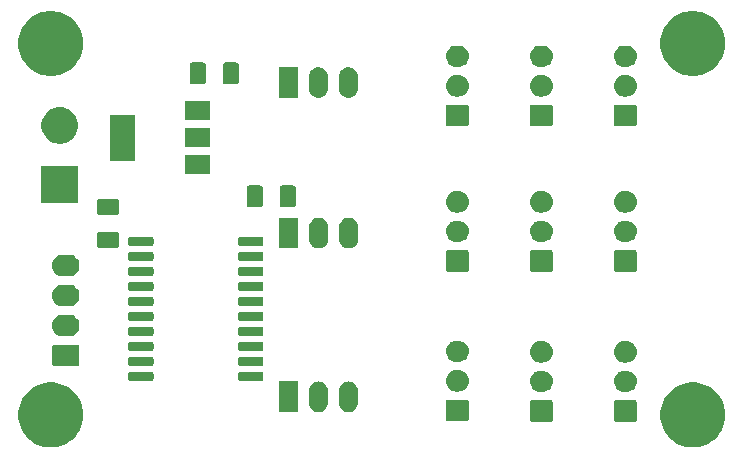
<source format=gbr>
G04 #@! TF.GenerationSoftware,KiCad,Pcbnew,5.1.2-f72e74a~84~ubuntu18.04.1*
G04 #@! TF.CreationDate,2019-08-25T12:51:36+02:00*
G04 #@! TF.ProjectId,Axiface,41786966-6163-4652-9e6b-696361645f70,rev?*
G04 #@! TF.SameCoordinates,Original*
G04 #@! TF.FileFunction,Soldermask,Bot*
G04 #@! TF.FilePolarity,Negative*
%FSLAX46Y46*%
G04 Gerber Fmt 4.6, Leading zero omitted, Abs format (unit mm)*
G04 Created by KiCad (PCBNEW 5.1.2-f72e74a~84~ubuntu18.04.1) date 2019-08-25 12:51:36*
%MOMM*%
%LPD*%
G04 APERTURE LIST*
%ADD10C,0.100000*%
G04 APERTURE END LIST*
D10*
G36*
X146545809Y-129589627D02*
G01*
X146852437Y-129650619D01*
X147353087Y-129857995D01*
X147492558Y-129951187D01*
X147803660Y-130159058D01*
X148186842Y-130542240D01*
X148367316Y-130812339D01*
X148487905Y-130992813D01*
X148695281Y-131493463D01*
X148801000Y-132024950D01*
X148801000Y-132566850D01*
X148695281Y-133098337D01*
X148487905Y-133598987D01*
X148367316Y-133779461D01*
X148186842Y-134049560D01*
X147803660Y-134432742D01*
X147533561Y-134613216D01*
X147353087Y-134733805D01*
X146852437Y-134941181D01*
X146586694Y-134994040D01*
X146320951Y-135046900D01*
X145779049Y-135046900D01*
X145513306Y-134994040D01*
X145247563Y-134941181D01*
X144746913Y-134733805D01*
X144566439Y-134613216D01*
X144296340Y-134432742D01*
X143913158Y-134049560D01*
X143732684Y-133779461D01*
X143612095Y-133598987D01*
X143404719Y-133098337D01*
X143299000Y-132566850D01*
X143299000Y-132024950D01*
X143404719Y-131493463D01*
X143612095Y-130992813D01*
X143732684Y-130812339D01*
X143913158Y-130542240D01*
X144296340Y-130159058D01*
X144607442Y-129951187D01*
X144746913Y-129857995D01*
X145247563Y-129650619D01*
X145554191Y-129589627D01*
X145779049Y-129544900D01*
X146320951Y-129544900D01*
X146545809Y-129589627D01*
X146545809Y-129589627D01*
G37*
G36*
X92189809Y-129589627D02*
G01*
X92496437Y-129650619D01*
X92997087Y-129857995D01*
X93136558Y-129951187D01*
X93447660Y-130159058D01*
X93830842Y-130542240D01*
X94011316Y-130812339D01*
X94131905Y-130992813D01*
X94339281Y-131493463D01*
X94445000Y-132024950D01*
X94445000Y-132566850D01*
X94339281Y-133098337D01*
X94131905Y-133598987D01*
X94011316Y-133779461D01*
X93830842Y-134049560D01*
X93447660Y-134432742D01*
X93177561Y-134613216D01*
X92997087Y-134733805D01*
X92496437Y-134941181D01*
X92230694Y-134994040D01*
X91964951Y-135046900D01*
X91423049Y-135046900D01*
X91157306Y-134994040D01*
X90891563Y-134941181D01*
X90390913Y-134733805D01*
X90210439Y-134613216D01*
X89940340Y-134432742D01*
X89557158Y-134049560D01*
X89376684Y-133779461D01*
X89256095Y-133598987D01*
X89048719Y-133098337D01*
X88943000Y-132566850D01*
X88943000Y-132024950D01*
X89048719Y-131493463D01*
X89256095Y-130992813D01*
X89376684Y-130812339D01*
X89557158Y-130542240D01*
X89940340Y-130159058D01*
X90251442Y-129951187D01*
X90390913Y-129857995D01*
X90891563Y-129650619D01*
X91198191Y-129589627D01*
X91423049Y-129544900D01*
X91964951Y-129544900D01*
X92189809Y-129589627D01*
X92189809Y-129589627D01*
G37*
G36*
X141168600Y-131055989D02*
G01*
X141201652Y-131066015D01*
X141232103Y-131082292D01*
X141258799Y-131104201D01*
X141280708Y-131130897D01*
X141296985Y-131161348D01*
X141307011Y-131194400D01*
X141311000Y-131234903D01*
X141311000Y-132671097D01*
X141307011Y-132711600D01*
X141296985Y-132744652D01*
X141280708Y-132775103D01*
X141258799Y-132801799D01*
X141232103Y-132823708D01*
X141201652Y-132839985D01*
X141168600Y-132850011D01*
X141128097Y-132854000D01*
X139541903Y-132854000D01*
X139501400Y-132850011D01*
X139468348Y-132839985D01*
X139437897Y-132823708D01*
X139411201Y-132801799D01*
X139389292Y-132775103D01*
X139373015Y-132744652D01*
X139362989Y-132711600D01*
X139359000Y-132671097D01*
X139359000Y-131234903D01*
X139362989Y-131194400D01*
X139373015Y-131161348D01*
X139389292Y-131130897D01*
X139411201Y-131104201D01*
X139437897Y-131082292D01*
X139468348Y-131066015D01*
X139501400Y-131055989D01*
X139541903Y-131052000D01*
X141128097Y-131052000D01*
X141168600Y-131055989D01*
X141168600Y-131055989D01*
G37*
G36*
X134056600Y-131055989D02*
G01*
X134089652Y-131066015D01*
X134120103Y-131082292D01*
X134146799Y-131104201D01*
X134168708Y-131130897D01*
X134184985Y-131161348D01*
X134195011Y-131194400D01*
X134199000Y-131234903D01*
X134199000Y-132671097D01*
X134195011Y-132711600D01*
X134184985Y-132744652D01*
X134168708Y-132775103D01*
X134146799Y-132801799D01*
X134120103Y-132823708D01*
X134089652Y-132839985D01*
X134056600Y-132850011D01*
X134016097Y-132854000D01*
X132429903Y-132854000D01*
X132389400Y-132850011D01*
X132356348Y-132839985D01*
X132325897Y-132823708D01*
X132299201Y-132801799D01*
X132277292Y-132775103D01*
X132261015Y-132744652D01*
X132250989Y-132711600D01*
X132247000Y-132671097D01*
X132247000Y-131234903D01*
X132250989Y-131194400D01*
X132261015Y-131161348D01*
X132277292Y-131130897D01*
X132299201Y-131104201D01*
X132325897Y-131082292D01*
X132356348Y-131066015D01*
X132389400Y-131055989D01*
X132429903Y-131052000D01*
X134016097Y-131052000D01*
X134056600Y-131055989D01*
X134056600Y-131055989D01*
G37*
G36*
X126944600Y-131015989D02*
G01*
X126977652Y-131026015D01*
X127008103Y-131042292D01*
X127034799Y-131064201D01*
X127056708Y-131090897D01*
X127072985Y-131121348D01*
X127083011Y-131154400D01*
X127087000Y-131194903D01*
X127087000Y-132631097D01*
X127083011Y-132671600D01*
X127072985Y-132704652D01*
X127056708Y-132735103D01*
X127034799Y-132761799D01*
X127008103Y-132783708D01*
X126977652Y-132799985D01*
X126944600Y-132810011D01*
X126904097Y-132814000D01*
X125317903Y-132814000D01*
X125277400Y-132810011D01*
X125244348Y-132799985D01*
X125213897Y-132783708D01*
X125187201Y-132761799D01*
X125165292Y-132735103D01*
X125149015Y-132704652D01*
X125138989Y-132671600D01*
X125135000Y-132631097D01*
X125135000Y-131194903D01*
X125138989Y-131154400D01*
X125149015Y-131121348D01*
X125165292Y-131090897D01*
X125187201Y-131064201D01*
X125213897Y-131042292D01*
X125244348Y-131026015D01*
X125277400Y-131015989D01*
X125317903Y-131012000D01*
X126904097Y-131012000D01*
X126944600Y-131015989D01*
X126944600Y-131015989D01*
G37*
G36*
X114507822Y-129469790D02*
G01*
X114608481Y-129500325D01*
X114658812Y-129515592D01*
X114797317Y-129589625D01*
X114797964Y-129589971D01*
X114919933Y-129690067D01*
X115009714Y-129799466D01*
X115020029Y-129812035D01*
X115094408Y-129951187D01*
X115095865Y-129955991D01*
X115140210Y-130102177D01*
X115151800Y-130219855D01*
X115151800Y-131298545D01*
X115140210Y-131416223D01*
X115116779Y-131493464D01*
X115094408Y-131567213D01*
X115020029Y-131706365D01*
X114919933Y-131828333D01*
X114797965Y-131928429D01*
X114658813Y-132002808D01*
X114608482Y-132018075D01*
X114507823Y-132048610D01*
X114350800Y-132064075D01*
X114193778Y-132048610D01*
X114093119Y-132018075D01*
X114042788Y-132002808D01*
X113903636Y-131928429D01*
X113781668Y-131828333D01*
X113681572Y-131706365D01*
X113607193Y-131567213D01*
X113584822Y-131493464D01*
X113561391Y-131416223D01*
X113549801Y-131298545D01*
X113549800Y-130219856D01*
X113551187Y-130205778D01*
X113561390Y-130102180D01*
X113561390Y-130102178D01*
X113607192Y-129951189D01*
X113607192Y-129951188D01*
X113681571Y-129812036D01*
X113724712Y-129759468D01*
X113781667Y-129690067D01*
X113903635Y-129589971D01*
X113904282Y-129589625D01*
X114042787Y-129515592D01*
X114093118Y-129500325D01*
X114193777Y-129469790D01*
X114350800Y-129454325D01*
X114507822Y-129469790D01*
X114507822Y-129469790D01*
G37*
G36*
X117047822Y-129469790D02*
G01*
X117148481Y-129500325D01*
X117198812Y-129515592D01*
X117337317Y-129589625D01*
X117337964Y-129589971D01*
X117459933Y-129690067D01*
X117549714Y-129799466D01*
X117560029Y-129812035D01*
X117634408Y-129951187D01*
X117635865Y-129955991D01*
X117680210Y-130102177D01*
X117691800Y-130219855D01*
X117691800Y-131298545D01*
X117680210Y-131416223D01*
X117656779Y-131493464D01*
X117634408Y-131567213D01*
X117560029Y-131706365D01*
X117459933Y-131828333D01*
X117337965Y-131928429D01*
X117198813Y-132002808D01*
X117148482Y-132018075D01*
X117047823Y-132048610D01*
X116890800Y-132064075D01*
X116733778Y-132048610D01*
X116633119Y-132018075D01*
X116582788Y-132002808D01*
X116443636Y-131928429D01*
X116321668Y-131828333D01*
X116221572Y-131706365D01*
X116147193Y-131567213D01*
X116124822Y-131493464D01*
X116101391Y-131416223D01*
X116089801Y-131298545D01*
X116089800Y-130219856D01*
X116091187Y-130205778D01*
X116101390Y-130102180D01*
X116101390Y-130102178D01*
X116147192Y-129951189D01*
X116147192Y-129951188D01*
X116221571Y-129812036D01*
X116264712Y-129759468D01*
X116321667Y-129690067D01*
X116443635Y-129589971D01*
X116444282Y-129589625D01*
X116582787Y-129515592D01*
X116633118Y-129500325D01*
X116733777Y-129469790D01*
X116890800Y-129454325D01*
X117047822Y-129469790D01*
X117047822Y-129469790D01*
G37*
G36*
X112611800Y-132060200D02*
G01*
X111009800Y-132060200D01*
X111009800Y-129458200D01*
X112611800Y-129458200D01*
X112611800Y-132060200D01*
X112611800Y-132060200D01*
G37*
G36*
X140520443Y-128558519D02*
G01*
X140586627Y-128565037D01*
X140756466Y-128616557D01*
X140912991Y-128700222D01*
X140930418Y-128714524D01*
X141050186Y-128812814D01*
X141129951Y-128910009D01*
X141162778Y-128950009D01*
X141246443Y-129106534D01*
X141297963Y-129276373D01*
X141315359Y-129453000D01*
X141297963Y-129629627D01*
X141246443Y-129799466D01*
X141162778Y-129955991D01*
X141133448Y-129991729D01*
X141050186Y-130093186D01*
X140969918Y-130159059D01*
X140912991Y-130205778D01*
X140756466Y-130289443D01*
X140586627Y-130340963D01*
X140520443Y-130347481D01*
X140454260Y-130354000D01*
X140215740Y-130354000D01*
X140149557Y-130347481D01*
X140083373Y-130340963D01*
X139913534Y-130289443D01*
X139757009Y-130205778D01*
X139700082Y-130159059D01*
X139619814Y-130093186D01*
X139536552Y-129991729D01*
X139507222Y-129955991D01*
X139423557Y-129799466D01*
X139372037Y-129629627D01*
X139354641Y-129453000D01*
X139372037Y-129276373D01*
X139423557Y-129106534D01*
X139507222Y-128950009D01*
X139540049Y-128910009D01*
X139619814Y-128812814D01*
X139739582Y-128714524D01*
X139757009Y-128700222D01*
X139913534Y-128616557D01*
X140083373Y-128565037D01*
X140149557Y-128558519D01*
X140215740Y-128552000D01*
X140454260Y-128552000D01*
X140520443Y-128558519D01*
X140520443Y-128558519D01*
G37*
G36*
X133408443Y-128558519D02*
G01*
X133474627Y-128565037D01*
X133644466Y-128616557D01*
X133800991Y-128700222D01*
X133818418Y-128714524D01*
X133938186Y-128812814D01*
X134017951Y-128910009D01*
X134050778Y-128950009D01*
X134134443Y-129106534D01*
X134185963Y-129276373D01*
X134203359Y-129453000D01*
X134185963Y-129629627D01*
X134134443Y-129799466D01*
X134050778Y-129955991D01*
X134021448Y-129991729D01*
X133938186Y-130093186D01*
X133857918Y-130159059D01*
X133800991Y-130205778D01*
X133644466Y-130289443D01*
X133474627Y-130340963D01*
X133408443Y-130347481D01*
X133342260Y-130354000D01*
X133103740Y-130354000D01*
X133037557Y-130347481D01*
X132971373Y-130340963D01*
X132801534Y-130289443D01*
X132645009Y-130205778D01*
X132588082Y-130159059D01*
X132507814Y-130093186D01*
X132424552Y-129991729D01*
X132395222Y-129955991D01*
X132311557Y-129799466D01*
X132260037Y-129629627D01*
X132242641Y-129453000D01*
X132260037Y-129276373D01*
X132311557Y-129106534D01*
X132395222Y-128950009D01*
X132428049Y-128910009D01*
X132507814Y-128812814D01*
X132627582Y-128714524D01*
X132645009Y-128700222D01*
X132801534Y-128616557D01*
X132971373Y-128565037D01*
X133037557Y-128558519D01*
X133103740Y-128552000D01*
X133342260Y-128552000D01*
X133408443Y-128558519D01*
X133408443Y-128558519D01*
G37*
G36*
X126296442Y-128518518D02*
G01*
X126362627Y-128525037D01*
X126532466Y-128576557D01*
X126688991Y-128660222D01*
X126714309Y-128681000D01*
X126826186Y-128772814D01*
X126894864Y-128856500D01*
X126938778Y-128910009D01*
X127022443Y-129066534D01*
X127073963Y-129236373D01*
X127091359Y-129413000D01*
X127073963Y-129589627D01*
X127022443Y-129759466D01*
X126938778Y-129915991D01*
X126909893Y-129951187D01*
X126826186Y-130053186D01*
X126724729Y-130136448D01*
X126688991Y-130165778D01*
X126532466Y-130249443D01*
X126362627Y-130300963D01*
X126296442Y-130307482D01*
X126230260Y-130314000D01*
X125991740Y-130314000D01*
X125925558Y-130307482D01*
X125859373Y-130300963D01*
X125689534Y-130249443D01*
X125533009Y-130165778D01*
X125497271Y-130136448D01*
X125395814Y-130053186D01*
X125312107Y-129951187D01*
X125283222Y-129915991D01*
X125199557Y-129759466D01*
X125148037Y-129589627D01*
X125130641Y-129413000D01*
X125148037Y-129236373D01*
X125199557Y-129066534D01*
X125283222Y-128910009D01*
X125327136Y-128856500D01*
X125395814Y-128772814D01*
X125507691Y-128681000D01*
X125533009Y-128660222D01*
X125689534Y-128576557D01*
X125859373Y-128525037D01*
X125925558Y-128518518D01*
X125991740Y-128512000D01*
X126230260Y-128512000D01*
X126296442Y-128518518D01*
X126296442Y-128518518D01*
G37*
G36*
X109598928Y-128683764D02*
G01*
X109620009Y-128690160D01*
X109639445Y-128700548D01*
X109656476Y-128714524D01*
X109670452Y-128731555D01*
X109680840Y-128750991D01*
X109687236Y-128772072D01*
X109690000Y-128800140D01*
X109690000Y-129263860D01*
X109687236Y-129291928D01*
X109680840Y-129313009D01*
X109670452Y-129332445D01*
X109656476Y-129349476D01*
X109639445Y-129363452D01*
X109620009Y-129373840D01*
X109598928Y-129380236D01*
X109570860Y-129383000D01*
X107657140Y-129383000D01*
X107629072Y-129380236D01*
X107607991Y-129373840D01*
X107588555Y-129363452D01*
X107571524Y-129349476D01*
X107557548Y-129332445D01*
X107547160Y-129313009D01*
X107540764Y-129291928D01*
X107538000Y-129263860D01*
X107538000Y-128800140D01*
X107540764Y-128772072D01*
X107547160Y-128750991D01*
X107557548Y-128731555D01*
X107571524Y-128714524D01*
X107588555Y-128700548D01*
X107607991Y-128690160D01*
X107629072Y-128683764D01*
X107657140Y-128681000D01*
X109570860Y-128681000D01*
X109598928Y-128683764D01*
X109598928Y-128683764D01*
G37*
G36*
X100298928Y-128683764D02*
G01*
X100320009Y-128690160D01*
X100339445Y-128700548D01*
X100356476Y-128714524D01*
X100370452Y-128731555D01*
X100380840Y-128750991D01*
X100387236Y-128772072D01*
X100390000Y-128800140D01*
X100390000Y-129263860D01*
X100387236Y-129291928D01*
X100380840Y-129313009D01*
X100370452Y-129332445D01*
X100356476Y-129349476D01*
X100339445Y-129363452D01*
X100320009Y-129373840D01*
X100298928Y-129380236D01*
X100270860Y-129383000D01*
X98357140Y-129383000D01*
X98329072Y-129380236D01*
X98307991Y-129373840D01*
X98288555Y-129363452D01*
X98271524Y-129349476D01*
X98257548Y-129332445D01*
X98247160Y-129313009D01*
X98240764Y-129291928D01*
X98238000Y-129263860D01*
X98238000Y-128800140D01*
X98240764Y-128772072D01*
X98247160Y-128750991D01*
X98257548Y-128731555D01*
X98271524Y-128714524D01*
X98288555Y-128700548D01*
X98307991Y-128690160D01*
X98329072Y-128683764D01*
X98357140Y-128681000D01*
X100270860Y-128681000D01*
X100298928Y-128683764D01*
X100298928Y-128683764D01*
G37*
G36*
X93973561Y-126336966D02*
G01*
X94006383Y-126346923D01*
X94036632Y-126363092D01*
X94063148Y-126384852D01*
X94084908Y-126411368D01*
X94101077Y-126441617D01*
X94111034Y-126474439D01*
X94115000Y-126514713D01*
X94115000Y-127993287D01*
X94111034Y-128033561D01*
X94101077Y-128066383D01*
X94084908Y-128096632D01*
X94063148Y-128123148D01*
X94036632Y-128144908D01*
X94006383Y-128161077D01*
X93973561Y-128171034D01*
X93933287Y-128175000D01*
X91994713Y-128175000D01*
X91954439Y-128171034D01*
X91921617Y-128161077D01*
X91891368Y-128144908D01*
X91864852Y-128123148D01*
X91843092Y-128096632D01*
X91826923Y-128066383D01*
X91816966Y-128033561D01*
X91813000Y-127993287D01*
X91813000Y-126514713D01*
X91816966Y-126474439D01*
X91826923Y-126441617D01*
X91843092Y-126411368D01*
X91864852Y-126384852D01*
X91891368Y-126363092D01*
X91921617Y-126346923D01*
X91954439Y-126336966D01*
X91994713Y-126333000D01*
X93933287Y-126333000D01*
X93973561Y-126336966D01*
X93973561Y-126336966D01*
G37*
G36*
X109598928Y-127413764D02*
G01*
X109620009Y-127420160D01*
X109639445Y-127430548D01*
X109656476Y-127444524D01*
X109670452Y-127461555D01*
X109680840Y-127480991D01*
X109687236Y-127502072D01*
X109690000Y-127530140D01*
X109690000Y-127993860D01*
X109687236Y-128021928D01*
X109680840Y-128043009D01*
X109670452Y-128062445D01*
X109656476Y-128079476D01*
X109639445Y-128093452D01*
X109620009Y-128103840D01*
X109598928Y-128110236D01*
X109570860Y-128113000D01*
X107657140Y-128113000D01*
X107629072Y-128110236D01*
X107607991Y-128103840D01*
X107588555Y-128093452D01*
X107571524Y-128079476D01*
X107557548Y-128062445D01*
X107547160Y-128043009D01*
X107540764Y-128021928D01*
X107538000Y-127993860D01*
X107538000Y-127530140D01*
X107540764Y-127502072D01*
X107547160Y-127480991D01*
X107557548Y-127461555D01*
X107571524Y-127444524D01*
X107588555Y-127430548D01*
X107607991Y-127420160D01*
X107629072Y-127413764D01*
X107657140Y-127411000D01*
X109570860Y-127411000D01*
X109598928Y-127413764D01*
X109598928Y-127413764D01*
G37*
G36*
X100298928Y-127413764D02*
G01*
X100320009Y-127420160D01*
X100339445Y-127430548D01*
X100356476Y-127444524D01*
X100370452Y-127461555D01*
X100380840Y-127480991D01*
X100387236Y-127502072D01*
X100390000Y-127530140D01*
X100390000Y-127993860D01*
X100387236Y-128021928D01*
X100380840Y-128043009D01*
X100370452Y-128062445D01*
X100356476Y-128079476D01*
X100339445Y-128093452D01*
X100320009Y-128103840D01*
X100298928Y-128110236D01*
X100270860Y-128113000D01*
X98357140Y-128113000D01*
X98329072Y-128110236D01*
X98307991Y-128103840D01*
X98288555Y-128093452D01*
X98271524Y-128079476D01*
X98257548Y-128062445D01*
X98247160Y-128043009D01*
X98240764Y-128021928D01*
X98238000Y-127993860D01*
X98238000Y-127530140D01*
X98240764Y-127502072D01*
X98247160Y-127480991D01*
X98257548Y-127461555D01*
X98271524Y-127444524D01*
X98288555Y-127430548D01*
X98307991Y-127420160D01*
X98329072Y-127413764D01*
X98357140Y-127411000D01*
X100270860Y-127411000D01*
X100298928Y-127413764D01*
X100298928Y-127413764D01*
G37*
G36*
X133408443Y-126058519D02*
G01*
X133474627Y-126065037D01*
X133644466Y-126116557D01*
X133800991Y-126200222D01*
X133823868Y-126218997D01*
X133938186Y-126312814D01*
X133979447Y-126363092D01*
X134050778Y-126450009D01*
X134134443Y-126606534D01*
X134185963Y-126776373D01*
X134203359Y-126953000D01*
X134185963Y-127129627D01*
X134134443Y-127299466D01*
X134050778Y-127455991D01*
X134030261Y-127480991D01*
X133938186Y-127593186D01*
X133849731Y-127665778D01*
X133800991Y-127705778D01*
X133644466Y-127789443D01*
X133474627Y-127840963D01*
X133408442Y-127847482D01*
X133342260Y-127854000D01*
X133103740Y-127854000D01*
X133037558Y-127847482D01*
X132971373Y-127840963D01*
X132801534Y-127789443D01*
X132645009Y-127705778D01*
X132596269Y-127665778D01*
X132507814Y-127593186D01*
X132415739Y-127480991D01*
X132395222Y-127455991D01*
X132311557Y-127299466D01*
X132260037Y-127129627D01*
X132242641Y-126953000D01*
X132260037Y-126776373D01*
X132311557Y-126606534D01*
X132395222Y-126450009D01*
X132466553Y-126363092D01*
X132507814Y-126312814D01*
X132622132Y-126218997D01*
X132645009Y-126200222D01*
X132801534Y-126116557D01*
X132971373Y-126065037D01*
X133037557Y-126058519D01*
X133103740Y-126052000D01*
X133342260Y-126052000D01*
X133408443Y-126058519D01*
X133408443Y-126058519D01*
G37*
G36*
X140520443Y-126058519D02*
G01*
X140586627Y-126065037D01*
X140756466Y-126116557D01*
X140912991Y-126200222D01*
X140935868Y-126218997D01*
X141050186Y-126312814D01*
X141091447Y-126363092D01*
X141162778Y-126450009D01*
X141246443Y-126606534D01*
X141297963Y-126776373D01*
X141315359Y-126953000D01*
X141297963Y-127129627D01*
X141246443Y-127299466D01*
X141162778Y-127455991D01*
X141142261Y-127480991D01*
X141050186Y-127593186D01*
X140961731Y-127665778D01*
X140912991Y-127705778D01*
X140756466Y-127789443D01*
X140586627Y-127840963D01*
X140520442Y-127847482D01*
X140454260Y-127854000D01*
X140215740Y-127854000D01*
X140149558Y-127847482D01*
X140083373Y-127840963D01*
X139913534Y-127789443D01*
X139757009Y-127705778D01*
X139708269Y-127665778D01*
X139619814Y-127593186D01*
X139527739Y-127480991D01*
X139507222Y-127455991D01*
X139423557Y-127299466D01*
X139372037Y-127129627D01*
X139354641Y-126953000D01*
X139372037Y-126776373D01*
X139423557Y-126606534D01*
X139507222Y-126450009D01*
X139578553Y-126363092D01*
X139619814Y-126312814D01*
X139734132Y-126218997D01*
X139757009Y-126200222D01*
X139913534Y-126116557D01*
X140083373Y-126065037D01*
X140149557Y-126058519D01*
X140215740Y-126052000D01*
X140454260Y-126052000D01*
X140520443Y-126058519D01*
X140520443Y-126058519D01*
G37*
G36*
X126296442Y-126018518D02*
G01*
X126362627Y-126025037D01*
X126532466Y-126076557D01*
X126688991Y-126160222D01*
X126706418Y-126174524D01*
X126826186Y-126272814D01*
X126900274Y-126363092D01*
X126938778Y-126410009D01*
X127022443Y-126566534D01*
X127073963Y-126736373D01*
X127091359Y-126913000D01*
X127073963Y-127089627D01*
X127022443Y-127259466D01*
X126938778Y-127415991D01*
X126915361Y-127444524D01*
X126826186Y-127553186D01*
X126724729Y-127636448D01*
X126688991Y-127665778D01*
X126532466Y-127749443D01*
X126362627Y-127800963D01*
X126296443Y-127807481D01*
X126230260Y-127814000D01*
X125991740Y-127814000D01*
X125925557Y-127807481D01*
X125859373Y-127800963D01*
X125689534Y-127749443D01*
X125533009Y-127665778D01*
X125497271Y-127636448D01*
X125395814Y-127553186D01*
X125306639Y-127444524D01*
X125283222Y-127415991D01*
X125199557Y-127259466D01*
X125148037Y-127089627D01*
X125130641Y-126913000D01*
X125148037Y-126736373D01*
X125199557Y-126566534D01*
X125283222Y-126410009D01*
X125321726Y-126363092D01*
X125395814Y-126272814D01*
X125515582Y-126174524D01*
X125533009Y-126160222D01*
X125689534Y-126076557D01*
X125859373Y-126025037D01*
X125925558Y-126018518D01*
X125991740Y-126012000D01*
X126230260Y-126012000D01*
X126296442Y-126018518D01*
X126296442Y-126018518D01*
G37*
G36*
X109598928Y-126143764D02*
G01*
X109620009Y-126150160D01*
X109639445Y-126160548D01*
X109656476Y-126174524D01*
X109670452Y-126191555D01*
X109680840Y-126210991D01*
X109687236Y-126232072D01*
X109690000Y-126260140D01*
X109690000Y-126723860D01*
X109687236Y-126751928D01*
X109680840Y-126773009D01*
X109670452Y-126792445D01*
X109656476Y-126809476D01*
X109639445Y-126823452D01*
X109620009Y-126833840D01*
X109598928Y-126840236D01*
X109570860Y-126843000D01*
X107657140Y-126843000D01*
X107629072Y-126840236D01*
X107607991Y-126833840D01*
X107588555Y-126823452D01*
X107571524Y-126809476D01*
X107557548Y-126792445D01*
X107547160Y-126773009D01*
X107540764Y-126751928D01*
X107538000Y-126723860D01*
X107538000Y-126260140D01*
X107540764Y-126232072D01*
X107547160Y-126210991D01*
X107557548Y-126191555D01*
X107571524Y-126174524D01*
X107588555Y-126160548D01*
X107607991Y-126150160D01*
X107629072Y-126143764D01*
X107657140Y-126141000D01*
X109570860Y-126141000D01*
X109598928Y-126143764D01*
X109598928Y-126143764D01*
G37*
G36*
X100298928Y-126143764D02*
G01*
X100320009Y-126150160D01*
X100339445Y-126160548D01*
X100356476Y-126174524D01*
X100370452Y-126191555D01*
X100380840Y-126210991D01*
X100387236Y-126232072D01*
X100390000Y-126260140D01*
X100390000Y-126723860D01*
X100387236Y-126751928D01*
X100380840Y-126773009D01*
X100370452Y-126792445D01*
X100356476Y-126809476D01*
X100339445Y-126823452D01*
X100320009Y-126833840D01*
X100298928Y-126840236D01*
X100270860Y-126843000D01*
X98357140Y-126843000D01*
X98329072Y-126840236D01*
X98307991Y-126833840D01*
X98288555Y-126823452D01*
X98271524Y-126809476D01*
X98257548Y-126792445D01*
X98247160Y-126773009D01*
X98240764Y-126751928D01*
X98238000Y-126723860D01*
X98238000Y-126260140D01*
X98240764Y-126232072D01*
X98247160Y-126210991D01*
X98257548Y-126191555D01*
X98271524Y-126174524D01*
X98288555Y-126160548D01*
X98307991Y-126150160D01*
X98329072Y-126143764D01*
X98357140Y-126141000D01*
X100270860Y-126141000D01*
X100298928Y-126143764D01*
X100298928Y-126143764D01*
G37*
G36*
X93284345Y-123797442D02*
G01*
X93374548Y-123806326D01*
X93548157Y-123858990D01*
X93708156Y-123944511D01*
X93751729Y-123980271D01*
X93848397Y-124059603D01*
X93927729Y-124156271D01*
X93963489Y-124199844D01*
X94049010Y-124359843D01*
X94101674Y-124533452D01*
X94119456Y-124714000D01*
X94101674Y-124894548D01*
X94049010Y-125068157D01*
X93963489Y-125228156D01*
X93927729Y-125271729D01*
X93848397Y-125368397D01*
X93751729Y-125447729D01*
X93708156Y-125483489D01*
X93548157Y-125569010D01*
X93374548Y-125621674D01*
X93284345Y-125630558D01*
X93239245Y-125635000D01*
X92688755Y-125635000D01*
X92643655Y-125630558D01*
X92553452Y-125621674D01*
X92379843Y-125569010D01*
X92219844Y-125483489D01*
X92176271Y-125447729D01*
X92079603Y-125368397D01*
X92000271Y-125271729D01*
X91964511Y-125228156D01*
X91878990Y-125068157D01*
X91826326Y-124894548D01*
X91808544Y-124714000D01*
X91826326Y-124533452D01*
X91878990Y-124359843D01*
X91964511Y-124199844D01*
X92000271Y-124156271D01*
X92079603Y-124059603D01*
X92176271Y-123980271D01*
X92219844Y-123944511D01*
X92379843Y-123858990D01*
X92553452Y-123806326D01*
X92643655Y-123797442D01*
X92688755Y-123793000D01*
X93239245Y-123793000D01*
X93284345Y-123797442D01*
X93284345Y-123797442D01*
G37*
G36*
X109598928Y-124873764D02*
G01*
X109620009Y-124880160D01*
X109639445Y-124890548D01*
X109656476Y-124904524D01*
X109670452Y-124921555D01*
X109680840Y-124940991D01*
X109687236Y-124962072D01*
X109690000Y-124990140D01*
X109690000Y-125453860D01*
X109687236Y-125481928D01*
X109680840Y-125503009D01*
X109670452Y-125522445D01*
X109656476Y-125539476D01*
X109639445Y-125553452D01*
X109620009Y-125563840D01*
X109598928Y-125570236D01*
X109570860Y-125573000D01*
X107657140Y-125573000D01*
X107629072Y-125570236D01*
X107607991Y-125563840D01*
X107588555Y-125553452D01*
X107571524Y-125539476D01*
X107557548Y-125522445D01*
X107547160Y-125503009D01*
X107540764Y-125481928D01*
X107538000Y-125453860D01*
X107538000Y-124990140D01*
X107540764Y-124962072D01*
X107547160Y-124940991D01*
X107557548Y-124921555D01*
X107571524Y-124904524D01*
X107588555Y-124890548D01*
X107607991Y-124880160D01*
X107629072Y-124873764D01*
X107657140Y-124871000D01*
X109570860Y-124871000D01*
X109598928Y-124873764D01*
X109598928Y-124873764D01*
G37*
G36*
X100298928Y-124873764D02*
G01*
X100320009Y-124880160D01*
X100339445Y-124890548D01*
X100356476Y-124904524D01*
X100370452Y-124921555D01*
X100380840Y-124940991D01*
X100387236Y-124962072D01*
X100390000Y-124990140D01*
X100390000Y-125453860D01*
X100387236Y-125481928D01*
X100380840Y-125503009D01*
X100370452Y-125522445D01*
X100356476Y-125539476D01*
X100339445Y-125553452D01*
X100320009Y-125563840D01*
X100298928Y-125570236D01*
X100270860Y-125573000D01*
X98357140Y-125573000D01*
X98329072Y-125570236D01*
X98307991Y-125563840D01*
X98288555Y-125553452D01*
X98271524Y-125539476D01*
X98257548Y-125522445D01*
X98247160Y-125503009D01*
X98240764Y-125481928D01*
X98238000Y-125453860D01*
X98238000Y-124990140D01*
X98240764Y-124962072D01*
X98247160Y-124940991D01*
X98257548Y-124921555D01*
X98271524Y-124904524D01*
X98288555Y-124890548D01*
X98307991Y-124880160D01*
X98329072Y-124873764D01*
X98357140Y-124871000D01*
X100270860Y-124871000D01*
X100298928Y-124873764D01*
X100298928Y-124873764D01*
G37*
G36*
X100298928Y-123603764D02*
G01*
X100320009Y-123610160D01*
X100339445Y-123620548D01*
X100356476Y-123634524D01*
X100370452Y-123651555D01*
X100380840Y-123670991D01*
X100387236Y-123692072D01*
X100390000Y-123720140D01*
X100390000Y-124183860D01*
X100387236Y-124211928D01*
X100380840Y-124233009D01*
X100370452Y-124252445D01*
X100356476Y-124269476D01*
X100339445Y-124283452D01*
X100320009Y-124293840D01*
X100298928Y-124300236D01*
X100270860Y-124303000D01*
X98357140Y-124303000D01*
X98329072Y-124300236D01*
X98307991Y-124293840D01*
X98288555Y-124283452D01*
X98271524Y-124269476D01*
X98257548Y-124252445D01*
X98247160Y-124233009D01*
X98240764Y-124211928D01*
X98238000Y-124183860D01*
X98238000Y-123720140D01*
X98240764Y-123692072D01*
X98247160Y-123670991D01*
X98257548Y-123651555D01*
X98271524Y-123634524D01*
X98288555Y-123620548D01*
X98307991Y-123610160D01*
X98329072Y-123603764D01*
X98357140Y-123601000D01*
X100270860Y-123601000D01*
X100298928Y-123603764D01*
X100298928Y-123603764D01*
G37*
G36*
X109598928Y-123603764D02*
G01*
X109620009Y-123610160D01*
X109639445Y-123620548D01*
X109656476Y-123634524D01*
X109670452Y-123651555D01*
X109680840Y-123670991D01*
X109687236Y-123692072D01*
X109690000Y-123720140D01*
X109690000Y-124183860D01*
X109687236Y-124211928D01*
X109680840Y-124233009D01*
X109670452Y-124252445D01*
X109656476Y-124269476D01*
X109639445Y-124283452D01*
X109620009Y-124293840D01*
X109598928Y-124300236D01*
X109570860Y-124303000D01*
X107657140Y-124303000D01*
X107629072Y-124300236D01*
X107607991Y-124293840D01*
X107588555Y-124283452D01*
X107571524Y-124269476D01*
X107557548Y-124252445D01*
X107547160Y-124233009D01*
X107540764Y-124211928D01*
X107538000Y-124183860D01*
X107538000Y-123720140D01*
X107540764Y-123692072D01*
X107547160Y-123670991D01*
X107557548Y-123651555D01*
X107571524Y-123634524D01*
X107588555Y-123620548D01*
X107607991Y-123610160D01*
X107629072Y-123603764D01*
X107657140Y-123601000D01*
X109570860Y-123601000D01*
X109598928Y-123603764D01*
X109598928Y-123603764D01*
G37*
G36*
X93284345Y-121257442D02*
G01*
X93374548Y-121266326D01*
X93548157Y-121318990D01*
X93708156Y-121404511D01*
X93751729Y-121440271D01*
X93848397Y-121519603D01*
X93927729Y-121616271D01*
X93963489Y-121659844D01*
X94049010Y-121819843D01*
X94101674Y-121993452D01*
X94119456Y-122174000D01*
X94101674Y-122354548D01*
X94049010Y-122528157D01*
X93963489Y-122688156D01*
X93927729Y-122731729D01*
X93848397Y-122828397D01*
X93751729Y-122907729D01*
X93708156Y-122943489D01*
X93548157Y-123029010D01*
X93374548Y-123081674D01*
X93284345Y-123090558D01*
X93239245Y-123095000D01*
X92688755Y-123095000D01*
X92643655Y-123090558D01*
X92553452Y-123081674D01*
X92379843Y-123029010D01*
X92219844Y-122943489D01*
X92176271Y-122907729D01*
X92079603Y-122828397D01*
X92000271Y-122731729D01*
X91964511Y-122688156D01*
X91878990Y-122528157D01*
X91826326Y-122354548D01*
X91808544Y-122174000D01*
X91826326Y-121993452D01*
X91878990Y-121819843D01*
X91964511Y-121659844D01*
X92000271Y-121616271D01*
X92079603Y-121519603D01*
X92176271Y-121440271D01*
X92219844Y-121404511D01*
X92379843Y-121318990D01*
X92553452Y-121266326D01*
X92643655Y-121257442D01*
X92688755Y-121253000D01*
X93239245Y-121253000D01*
X93284345Y-121257442D01*
X93284345Y-121257442D01*
G37*
G36*
X109598928Y-122333764D02*
G01*
X109620009Y-122340160D01*
X109639445Y-122350548D01*
X109656476Y-122364524D01*
X109670452Y-122381555D01*
X109680840Y-122400991D01*
X109687236Y-122422072D01*
X109690000Y-122450140D01*
X109690000Y-122913860D01*
X109687236Y-122941928D01*
X109680840Y-122963009D01*
X109670452Y-122982445D01*
X109656476Y-122999476D01*
X109639445Y-123013452D01*
X109620009Y-123023840D01*
X109598928Y-123030236D01*
X109570860Y-123033000D01*
X107657140Y-123033000D01*
X107629072Y-123030236D01*
X107607991Y-123023840D01*
X107588555Y-123013452D01*
X107571524Y-122999476D01*
X107557548Y-122982445D01*
X107547160Y-122963009D01*
X107540764Y-122941928D01*
X107538000Y-122913860D01*
X107538000Y-122450140D01*
X107540764Y-122422072D01*
X107547160Y-122400991D01*
X107557548Y-122381555D01*
X107571524Y-122364524D01*
X107588555Y-122350548D01*
X107607991Y-122340160D01*
X107629072Y-122333764D01*
X107657140Y-122331000D01*
X109570860Y-122331000D01*
X109598928Y-122333764D01*
X109598928Y-122333764D01*
G37*
G36*
X100298928Y-122333764D02*
G01*
X100320009Y-122340160D01*
X100339445Y-122350548D01*
X100356476Y-122364524D01*
X100370452Y-122381555D01*
X100380840Y-122400991D01*
X100387236Y-122422072D01*
X100390000Y-122450140D01*
X100390000Y-122913860D01*
X100387236Y-122941928D01*
X100380840Y-122963009D01*
X100370452Y-122982445D01*
X100356476Y-122999476D01*
X100339445Y-123013452D01*
X100320009Y-123023840D01*
X100298928Y-123030236D01*
X100270860Y-123033000D01*
X98357140Y-123033000D01*
X98329072Y-123030236D01*
X98307991Y-123023840D01*
X98288555Y-123013452D01*
X98271524Y-122999476D01*
X98257548Y-122982445D01*
X98247160Y-122963009D01*
X98240764Y-122941928D01*
X98238000Y-122913860D01*
X98238000Y-122450140D01*
X98240764Y-122422072D01*
X98247160Y-122400991D01*
X98257548Y-122381555D01*
X98271524Y-122364524D01*
X98288555Y-122350548D01*
X98307991Y-122340160D01*
X98329072Y-122333764D01*
X98357140Y-122331000D01*
X100270860Y-122331000D01*
X100298928Y-122333764D01*
X100298928Y-122333764D01*
G37*
G36*
X100298928Y-121063764D02*
G01*
X100320009Y-121070160D01*
X100339445Y-121080548D01*
X100356476Y-121094524D01*
X100370452Y-121111555D01*
X100380840Y-121130991D01*
X100387236Y-121152072D01*
X100390000Y-121180140D01*
X100390000Y-121643860D01*
X100387236Y-121671928D01*
X100380840Y-121693009D01*
X100370452Y-121712445D01*
X100356476Y-121729476D01*
X100339445Y-121743452D01*
X100320009Y-121753840D01*
X100298928Y-121760236D01*
X100270860Y-121763000D01*
X98357140Y-121763000D01*
X98329072Y-121760236D01*
X98307991Y-121753840D01*
X98288555Y-121743452D01*
X98271524Y-121729476D01*
X98257548Y-121712445D01*
X98247160Y-121693009D01*
X98240764Y-121671928D01*
X98238000Y-121643860D01*
X98238000Y-121180140D01*
X98240764Y-121152072D01*
X98247160Y-121130991D01*
X98257548Y-121111555D01*
X98271524Y-121094524D01*
X98288555Y-121080548D01*
X98307991Y-121070160D01*
X98329072Y-121063764D01*
X98357140Y-121061000D01*
X100270860Y-121061000D01*
X100298928Y-121063764D01*
X100298928Y-121063764D01*
G37*
G36*
X109598928Y-121063764D02*
G01*
X109620009Y-121070160D01*
X109639445Y-121080548D01*
X109656476Y-121094524D01*
X109670452Y-121111555D01*
X109680840Y-121130991D01*
X109687236Y-121152072D01*
X109690000Y-121180140D01*
X109690000Y-121643860D01*
X109687236Y-121671928D01*
X109680840Y-121693009D01*
X109670452Y-121712445D01*
X109656476Y-121729476D01*
X109639445Y-121743452D01*
X109620009Y-121753840D01*
X109598928Y-121760236D01*
X109570860Y-121763000D01*
X107657140Y-121763000D01*
X107629072Y-121760236D01*
X107607991Y-121753840D01*
X107588555Y-121743452D01*
X107571524Y-121729476D01*
X107557548Y-121712445D01*
X107547160Y-121693009D01*
X107540764Y-121671928D01*
X107538000Y-121643860D01*
X107538000Y-121180140D01*
X107540764Y-121152072D01*
X107547160Y-121130991D01*
X107557548Y-121111555D01*
X107571524Y-121094524D01*
X107588555Y-121080548D01*
X107607991Y-121070160D01*
X107629072Y-121063764D01*
X107657140Y-121061000D01*
X109570860Y-121061000D01*
X109598928Y-121063764D01*
X109598928Y-121063764D01*
G37*
G36*
X93284345Y-118717442D02*
G01*
X93374548Y-118726326D01*
X93548157Y-118778990D01*
X93708156Y-118864511D01*
X93751729Y-118900271D01*
X93848397Y-118979603D01*
X93927729Y-119076271D01*
X93963489Y-119119844D01*
X94049010Y-119279843D01*
X94101674Y-119453452D01*
X94119456Y-119634000D01*
X94101674Y-119814548D01*
X94049010Y-119988157D01*
X93963489Y-120148156D01*
X93927729Y-120191729D01*
X93848397Y-120288397D01*
X93751729Y-120367729D01*
X93708156Y-120403489D01*
X93548157Y-120489010D01*
X93374548Y-120541674D01*
X93284345Y-120550558D01*
X93239245Y-120555000D01*
X92688755Y-120555000D01*
X92643655Y-120550558D01*
X92553452Y-120541674D01*
X92379843Y-120489010D01*
X92219844Y-120403489D01*
X92176271Y-120367729D01*
X92079603Y-120288397D01*
X92000271Y-120191729D01*
X91964511Y-120148156D01*
X91878990Y-119988157D01*
X91826326Y-119814548D01*
X91808544Y-119634000D01*
X91826326Y-119453452D01*
X91878990Y-119279843D01*
X91964511Y-119119844D01*
X92000271Y-119076271D01*
X92079603Y-118979603D01*
X92176271Y-118900271D01*
X92219844Y-118864511D01*
X92379843Y-118778990D01*
X92553452Y-118726326D01*
X92643655Y-118717442D01*
X92688755Y-118713000D01*
X93239245Y-118713000D01*
X93284345Y-118717442D01*
X93284345Y-118717442D01*
G37*
G36*
X100298928Y-119793764D02*
G01*
X100320009Y-119800160D01*
X100339445Y-119810548D01*
X100356476Y-119824524D01*
X100370452Y-119841555D01*
X100380840Y-119860991D01*
X100387236Y-119882072D01*
X100390000Y-119910140D01*
X100390000Y-120373860D01*
X100387236Y-120401928D01*
X100380840Y-120423009D01*
X100370452Y-120442445D01*
X100356476Y-120459476D01*
X100339445Y-120473452D01*
X100320009Y-120483840D01*
X100298928Y-120490236D01*
X100270860Y-120493000D01*
X98357140Y-120493000D01*
X98329072Y-120490236D01*
X98307991Y-120483840D01*
X98288555Y-120473452D01*
X98271524Y-120459476D01*
X98257548Y-120442445D01*
X98247160Y-120423009D01*
X98240764Y-120401928D01*
X98238000Y-120373860D01*
X98238000Y-119910140D01*
X98240764Y-119882072D01*
X98247160Y-119860991D01*
X98257548Y-119841555D01*
X98271524Y-119824524D01*
X98288555Y-119810548D01*
X98307991Y-119800160D01*
X98329072Y-119793764D01*
X98357140Y-119791000D01*
X100270860Y-119791000D01*
X100298928Y-119793764D01*
X100298928Y-119793764D01*
G37*
G36*
X109598928Y-119793764D02*
G01*
X109620009Y-119800160D01*
X109639445Y-119810548D01*
X109656476Y-119824524D01*
X109670452Y-119841555D01*
X109680840Y-119860991D01*
X109687236Y-119882072D01*
X109690000Y-119910140D01*
X109690000Y-120373860D01*
X109687236Y-120401928D01*
X109680840Y-120423009D01*
X109670452Y-120442445D01*
X109656476Y-120459476D01*
X109639445Y-120473452D01*
X109620009Y-120483840D01*
X109598928Y-120490236D01*
X109570860Y-120493000D01*
X107657140Y-120493000D01*
X107629072Y-120490236D01*
X107607991Y-120483840D01*
X107588555Y-120473452D01*
X107571524Y-120459476D01*
X107557548Y-120442445D01*
X107547160Y-120423009D01*
X107540764Y-120401928D01*
X107538000Y-120373860D01*
X107538000Y-119910140D01*
X107540764Y-119882072D01*
X107547160Y-119860991D01*
X107557548Y-119841555D01*
X107571524Y-119824524D01*
X107588555Y-119810548D01*
X107607991Y-119800160D01*
X107629072Y-119793764D01*
X107657140Y-119791000D01*
X109570860Y-119791000D01*
X109598928Y-119793764D01*
X109598928Y-119793764D01*
G37*
G36*
X141168600Y-118355989D02*
G01*
X141201652Y-118366015D01*
X141232103Y-118382292D01*
X141258799Y-118404201D01*
X141280708Y-118430897D01*
X141296985Y-118461348D01*
X141307011Y-118494400D01*
X141311000Y-118534903D01*
X141311000Y-119971097D01*
X141307011Y-120011600D01*
X141296985Y-120044652D01*
X141280708Y-120075103D01*
X141258799Y-120101799D01*
X141232103Y-120123708D01*
X141201652Y-120139985D01*
X141168600Y-120150011D01*
X141128097Y-120154000D01*
X139541903Y-120154000D01*
X139501400Y-120150011D01*
X139468348Y-120139985D01*
X139437897Y-120123708D01*
X139411201Y-120101799D01*
X139389292Y-120075103D01*
X139373015Y-120044652D01*
X139362989Y-120011600D01*
X139359000Y-119971097D01*
X139359000Y-118534903D01*
X139362989Y-118494400D01*
X139373015Y-118461348D01*
X139389292Y-118430897D01*
X139411201Y-118404201D01*
X139437897Y-118382292D01*
X139468348Y-118366015D01*
X139501400Y-118355989D01*
X139541903Y-118352000D01*
X141128097Y-118352000D01*
X141168600Y-118355989D01*
X141168600Y-118355989D01*
G37*
G36*
X126944600Y-118355989D02*
G01*
X126977652Y-118366015D01*
X127008103Y-118382292D01*
X127034799Y-118404201D01*
X127056708Y-118430897D01*
X127072985Y-118461348D01*
X127083011Y-118494400D01*
X127087000Y-118534903D01*
X127087000Y-119971097D01*
X127083011Y-120011600D01*
X127072985Y-120044652D01*
X127056708Y-120075103D01*
X127034799Y-120101799D01*
X127008103Y-120123708D01*
X126977652Y-120139985D01*
X126944600Y-120150011D01*
X126904097Y-120154000D01*
X125317903Y-120154000D01*
X125277400Y-120150011D01*
X125244348Y-120139985D01*
X125213897Y-120123708D01*
X125187201Y-120101799D01*
X125165292Y-120075103D01*
X125149015Y-120044652D01*
X125138989Y-120011600D01*
X125135000Y-119971097D01*
X125135000Y-118534903D01*
X125138989Y-118494400D01*
X125149015Y-118461348D01*
X125165292Y-118430897D01*
X125187201Y-118404201D01*
X125213897Y-118382292D01*
X125244348Y-118366015D01*
X125277400Y-118355989D01*
X125317903Y-118352000D01*
X126904097Y-118352000D01*
X126944600Y-118355989D01*
X126944600Y-118355989D01*
G37*
G36*
X134056600Y-118355989D02*
G01*
X134089652Y-118366015D01*
X134120103Y-118382292D01*
X134146799Y-118404201D01*
X134168708Y-118430897D01*
X134184985Y-118461348D01*
X134195011Y-118494400D01*
X134199000Y-118534903D01*
X134199000Y-119971097D01*
X134195011Y-120011600D01*
X134184985Y-120044652D01*
X134168708Y-120075103D01*
X134146799Y-120101799D01*
X134120103Y-120123708D01*
X134089652Y-120139985D01*
X134056600Y-120150011D01*
X134016097Y-120154000D01*
X132429903Y-120154000D01*
X132389400Y-120150011D01*
X132356348Y-120139985D01*
X132325897Y-120123708D01*
X132299201Y-120101799D01*
X132277292Y-120075103D01*
X132261015Y-120044652D01*
X132250989Y-120011600D01*
X132247000Y-119971097D01*
X132247000Y-118534903D01*
X132250989Y-118494400D01*
X132261015Y-118461348D01*
X132277292Y-118430897D01*
X132299201Y-118404201D01*
X132325897Y-118382292D01*
X132356348Y-118366015D01*
X132389400Y-118355989D01*
X132429903Y-118352000D01*
X134016097Y-118352000D01*
X134056600Y-118355989D01*
X134056600Y-118355989D01*
G37*
G36*
X109598928Y-118523764D02*
G01*
X109620009Y-118530160D01*
X109639445Y-118540548D01*
X109656476Y-118554524D01*
X109670452Y-118571555D01*
X109680840Y-118590991D01*
X109687236Y-118612072D01*
X109690000Y-118640140D01*
X109690000Y-119103860D01*
X109687236Y-119131928D01*
X109680840Y-119153009D01*
X109670452Y-119172445D01*
X109656476Y-119189476D01*
X109639445Y-119203452D01*
X109620009Y-119213840D01*
X109598928Y-119220236D01*
X109570860Y-119223000D01*
X107657140Y-119223000D01*
X107629072Y-119220236D01*
X107607991Y-119213840D01*
X107588555Y-119203452D01*
X107571524Y-119189476D01*
X107557548Y-119172445D01*
X107547160Y-119153009D01*
X107540764Y-119131928D01*
X107538000Y-119103860D01*
X107538000Y-118640140D01*
X107540764Y-118612072D01*
X107547160Y-118590991D01*
X107557548Y-118571555D01*
X107571524Y-118554524D01*
X107588555Y-118540548D01*
X107607991Y-118530160D01*
X107629072Y-118523764D01*
X107657140Y-118521000D01*
X109570860Y-118521000D01*
X109598928Y-118523764D01*
X109598928Y-118523764D01*
G37*
G36*
X100298928Y-118523764D02*
G01*
X100320009Y-118530160D01*
X100339445Y-118540548D01*
X100356476Y-118554524D01*
X100370452Y-118571555D01*
X100380840Y-118590991D01*
X100387236Y-118612072D01*
X100390000Y-118640140D01*
X100390000Y-119103860D01*
X100387236Y-119131928D01*
X100380840Y-119153009D01*
X100370452Y-119172445D01*
X100356476Y-119189476D01*
X100339445Y-119203452D01*
X100320009Y-119213840D01*
X100298928Y-119220236D01*
X100270860Y-119223000D01*
X98357140Y-119223000D01*
X98329072Y-119220236D01*
X98307991Y-119213840D01*
X98288555Y-119203452D01*
X98271524Y-119189476D01*
X98257548Y-119172445D01*
X98247160Y-119153009D01*
X98240764Y-119131928D01*
X98238000Y-119103860D01*
X98238000Y-118640140D01*
X98240764Y-118612072D01*
X98247160Y-118590991D01*
X98257548Y-118571555D01*
X98271524Y-118554524D01*
X98288555Y-118540548D01*
X98307991Y-118530160D01*
X98329072Y-118523764D01*
X98357140Y-118521000D01*
X100270860Y-118521000D01*
X100298928Y-118523764D01*
X100298928Y-118523764D01*
G37*
G36*
X114533222Y-115601390D02*
G01*
X114633881Y-115631925D01*
X114684212Y-115647192D01*
X114823364Y-115721571D01*
X114945333Y-115821667D01*
X115045429Y-115943635D01*
X115119808Y-116082787D01*
X115128916Y-116112814D01*
X115165610Y-116233777D01*
X115177200Y-116351455D01*
X115177200Y-117430145D01*
X115165610Y-117547823D01*
X115137356Y-117640963D01*
X115119808Y-117698813D01*
X115045429Y-117837965D01*
X114945333Y-117959933D01*
X114823365Y-118060029D01*
X114684213Y-118134408D01*
X114636755Y-118148804D01*
X114533223Y-118180210D01*
X114376200Y-118195675D01*
X114219178Y-118180210D01*
X114115646Y-118148804D01*
X114068188Y-118134408D01*
X113929036Y-118060029D01*
X113807068Y-117959933D01*
X113706972Y-117837965D01*
X113632593Y-117698813D01*
X113615045Y-117640963D01*
X113586791Y-117547823D01*
X113575201Y-117430145D01*
X113575200Y-116351456D01*
X113586790Y-116233778D01*
X113632592Y-116082789D01*
X113632592Y-116082788D01*
X113706971Y-115943636D01*
X113782174Y-115852000D01*
X113807067Y-115821667D01*
X113929035Y-115721571D01*
X114068187Y-115647192D01*
X114118518Y-115631925D01*
X114219177Y-115601390D01*
X114376200Y-115585925D01*
X114533222Y-115601390D01*
X114533222Y-115601390D01*
G37*
G36*
X117073222Y-115601390D02*
G01*
X117173881Y-115631925D01*
X117224212Y-115647192D01*
X117363364Y-115721571D01*
X117485333Y-115821667D01*
X117585429Y-115943635D01*
X117659808Y-116082787D01*
X117668916Y-116112814D01*
X117705610Y-116233777D01*
X117717200Y-116351455D01*
X117717200Y-117430145D01*
X117705610Y-117547823D01*
X117677356Y-117640963D01*
X117659808Y-117698813D01*
X117585429Y-117837965D01*
X117485333Y-117959933D01*
X117363365Y-118060029D01*
X117224213Y-118134408D01*
X117176755Y-118148804D01*
X117073223Y-118180210D01*
X116916200Y-118195675D01*
X116759178Y-118180210D01*
X116655646Y-118148804D01*
X116608188Y-118134408D01*
X116469036Y-118060029D01*
X116347068Y-117959933D01*
X116246972Y-117837965D01*
X116172593Y-117698813D01*
X116155045Y-117640963D01*
X116126791Y-117547823D01*
X116115201Y-117430145D01*
X116115200Y-116351456D01*
X116126790Y-116233778D01*
X116172592Y-116082789D01*
X116172592Y-116082788D01*
X116246971Y-115943636D01*
X116322174Y-115852000D01*
X116347067Y-115821667D01*
X116469035Y-115721571D01*
X116608187Y-115647192D01*
X116658518Y-115631925D01*
X116759177Y-115601390D01*
X116916200Y-115585925D01*
X117073222Y-115601390D01*
X117073222Y-115601390D01*
G37*
G36*
X112637200Y-118191800D02*
G01*
X111035200Y-118191800D01*
X111035200Y-115589800D01*
X112637200Y-115589800D01*
X112637200Y-118191800D01*
X112637200Y-118191800D01*
G37*
G36*
X97288604Y-116806347D02*
G01*
X97325144Y-116817432D01*
X97358821Y-116835433D01*
X97388341Y-116859659D01*
X97412567Y-116889179D01*
X97430568Y-116922856D01*
X97441653Y-116959396D01*
X97446000Y-117003538D01*
X97446000Y-117952462D01*
X97441653Y-117996604D01*
X97430568Y-118033144D01*
X97412567Y-118066821D01*
X97388341Y-118096341D01*
X97358821Y-118120567D01*
X97325144Y-118138568D01*
X97288604Y-118149653D01*
X97244462Y-118154000D01*
X95795538Y-118154000D01*
X95751396Y-118149653D01*
X95714856Y-118138568D01*
X95681179Y-118120567D01*
X95651659Y-118096341D01*
X95627433Y-118066821D01*
X95609432Y-118033144D01*
X95598347Y-117996604D01*
X95594000Y-117952462D01*
X95594000Y-117003538D01*
X95598347Y-116959396D01*
X95609432Y-116922856D01*
X95627433Y-116889179D01*
X95651659Y-116859659D01*
X95681179Y-116835433D01*
X95714856Y-116817432D01*
X95751396Y-116806347D01*
X95795538Y-116802000D01*
X97244462Y-116802000D01*
X97288604Y-116806347D01*
X97288604Y-116806347D01*
G37*
G36*
X100298928Y-117253764D02*
G01*
X100320009Y-117260160D01*
X100339445Y-117270548D01*
X100356476Y-117284524D01*
X100370452Y-117301555D01*
X100380840Y-117320991D01*
X100387236Y-117342072D01*
X100390000Y-117370140D01*
X100390000Y-117833860D01*
X100387236Y-117861928D01*
X100380840Y-117883009D01*
X100370452Y-117902445D01*
X100356476Y-117919476D01*
X100339445Y-117933452D01*
X100320009Y-117943840D01*
X100298928Y-117950236D01*
X100270860Y-117953000D01*
X98357140Y-117953000D01*
X98329072Y-117950236D01*
X98307991Y-117943840D01*
X98288555Y-117933452D01*
X98271524Y-117919476D01*
X98257548Y-117902445D01*
X98247160Y-117883009D01*
X98240764Y-117861928D01*
X98238000Y-117833860D01*
X98238000Y-117370140D01*
X98240764Y-117342072D01*
X98247160Y-117320991D01*
X98257548Y-117301555D01*
X98271524Y-117284524D01*
X98288555Y-117270548D01*
X98307991Y-117260160D01*
X98329072Y-117253764D01*
X98357140Y-117251000D01*
X100270860Y-117251000D01*
X100298928Y-117253764D01*
X100298928Y-117253764D01*
G37*
G36*
X109598928Y-117253764D02*
G01*
X109620009Y-117260160D01*
X109639445Y-117270548D01*
X109656476Y-117284524D01*
X109670452Y-117301555D01*
X109680840Y-117320991D01*
X109687236Y-117342072D01*
X109690000Y-117370140D01*
X109690000Y-117833860D01*
X109687236Y-117861928D01*
X109680840Y-117883009D01*
X109670452Y-117902445D01*
X109656476Y-117919476D01*
X109639445Y-117933452D01*
X109620009Y-117943840D01*
X109598928Y-117950236D01*
X109570860Y-117953000D01*
X107657140Y-117953000D01*
X107629072Y-117950236D01*
X107607991Y-117943840D01*
X107588555Y-117933452D01*
X107571524Y-117919476D01*
X107557548Y-117902445D01*
X107547160Y-117883009D01*
X107540764Y-117861928D01*
X107538000Y-117833860D01*
X107538000Y-117370140D01*
X107540764Y-117342072D01*
X107547160Y-117320991D01*
X107557548Y-117301555D01*
X107571524Y-117284524D01*
X107588555Y-117270548D01*
X107607991Y-117260160D01*
X107629072Y-117253764D01*
X107657140Y-117251000D01*
X109570860Y-117251000D01*
X109598928Y-117253764D01*
X109598928Y-117253764D01*
G37*
G36*
X126296442Y-115858518D02*
G01*
X126362627Y-115865037D01*
X126532466Y-115916557D01*
X126688991Y-116000222D01*
X126724729Y-116029552D01*
X126826186Y-116112814D01*
X126909448Y-116214271D01*
X126938778Y-116250009D01*
X127022443Y-116406534D01*
X127073963Y-116576373D01*
X127091359Y-116753000D01*
X127073963Y-116929627D01*
X127022443Y-117099466D01*
X126938778Y-117255991D01*
X126915361Y-117284524D01*
X126826186Y-117393186D01*
X126724729Y-117476448D01*
X126688991Y-117505778D01*
X126532466Y-117589443D01*
X126362627Y-117640963D01*
X126296443Y-117647481D01*
X126230260Y-117654000D01*
X125991740Y-117654000D01*
X125925557Y-117647481D01*
X125859373Y-117640963D01*
X125689534Y-117589443D01*
X125533009Y-117505778D01*
X125497271Y-117476448D01*
X125395814Y-117393186D01*
X125306639Y-117284524D01*
X125283222Y-117255991D01*
X125199557Y-117099466D01*
X125148037Y-116929627D01*
X125130641Y-116753000D01*
X125148037Y-116576373D01*
X125199557Y-116406534D01*
X125283222Y-116250009D01*
X125312552Y-116214271D01*
X125395814Y-116112814D01*
X125497271Y-116029552D01*
X125533009Y-116000222D01*
X125689534Y-115916557D01*
X125859373Y-115865037D01*
X125925558Y-115858518D01*
X125991740Y-115852000D01*
X126230260Y-115852000D01*
X126296442Y-115858518D01*
X126296442Y-115858518D01*
G37*
G36*
X133408442Y-115858518D02*
G01*
X133474627Y-115865037D01*
X133644466Y-115916557D01*
X133800991Y-116000222D01*
X133836729Y-116029552D01*
X133938186Y-116112814D01*
X134021448Y-116214271D01*
X134050778Y-116250009D01*
X134134443Y-116406534D01*
X134185963Y-116576373D01*
X134203359Y-116753000D01*
X134185963Y-116929627D01*
X134134443Y-117099466D01*
X134050778Y-117255991D01*
X134027361Y-117284524D01*
X133938186Y-117393186D01*
X133836729Y-117476448D01*
X133800991Y-117505778D01*
X133644466Y-117589443D01*
X133474627Y-117640963D01*
X133408443Y-117647481D01*
X133342260Y-117654000D01*
X133103740Y-117654000D01*
X133037557Y-117647481D01*
X132971373Y-117640963D01*
X132801534Y-117589443D01*
X132645009Y-117505778D01*
X132609271Y-117476448D01*
X132507814Y-117393186D01*
X132418639Y-117284524D01*
X132395222Y-117255991D01*
X132311557Y-117099466D01*
X132260037Y-116929627D01*
X132242641Y-116753000D01*
X132260037Y-116576373D01*
X132311557Y-116406534D01*
X132395222Y-116250009D01*
X132424552Y-116214271D01*
X132507814Y-116112814D01*
X132609271Y-116029552D01*
X132645009Y-116000222D01*
X132801534Y-115916557D01*
X132971373Y-115865037D01*
X133037558Y-115858518D01*
X133103740Y-115852000D01*
X133342260Y-115852000D01*
X133408442Y-115858518D01*
X133408442Y-115858518D01*
G37*
G36*
X140520442Y-115858518D02*
G01*
X140586627Y-115865037D01*
X140756466Y-115916557D01*
X140912991Y-116000222D01*
X140948729Y-116029552D01*
X141050186Y-116112814D01*
X141133448Y-116214271D01*
X141162778Y-116250009D01*
X141246443Y-116406534D01*
X141297963Y-116576373D01*
X141315359Y-116753000D01*
X141297963Y-116929627D01*
X141246443Y-117099466D01*
X141162778Y-117255991D01*
X141139361Y-117284524D01*
X141050186Y-117393186D01*
X140948729Y-117476448D01*
X140912991Y-117505778D01*
X140756466Y-117589443D01*
X140586627Y-117640963D01*
X140520443Y-117647481D01*
X140454260Y-117654000D01*
X140215740Y-117654000D01*
X140149557Y-117647481D01*
X140083373Y-117640963D01*
X139913534Y-117589443D01*
X139757009Y-117505778D01*
X139721271Y-117476448D01*
X139619814Y-117393186D01*
X139530639Y-117284524D01*
X139507222Y-117255991D01*
X139423557Y-117099466D01*
X139372037Y-116929627D01*
X139354641Y-116753000D01*
X139372037Y-116576373D01*
X139423557Y-116406534D01*
X139507222Y-116250009D01*
X139536552Y-116214271D01*
X139619814Y-116112814D01*
X139721271Y-116029552D01*
X139757009Y-116000222D01*
X139913534Y-115916557D01*
X140083373Y-115865037D01*
X140149558Y-115858518D01*
X140215740Y-115852000D01*
X140454260Y-115852000D01*
X140520442Y-115858518D01*
X140520442Y-115858518D01*
G37*
G36*
X97288604Y-114006347D02*
G01*
X97325144Y-114017432D01*
X97358821Y-114035433D01*
X97388341Y-114059659D01*
X97412567Y-114089179D01*
X97430568Y-114122856D01*
X97441653Y-114159396D01*
X97446000Y-114203538D01*
X97446000Y-115152462D01*
X97441653Y-115196604D01*
X97430568Y-115233144D01*
X97412567Y-115266821D01*
X97388341Y-115296341D01*
X97358821Y-115320567D01*
X97325144Y-115338568D01*
X97288604Y-115349653D01*
X97244462Y-115354000D01*
X95795538Y-115354000D01*
X95751396Y-115349653D01*
X95714856Y-115338568D01*
X95681179Y-115320567D01*
X95651659Y-115296341D01*
X95627433Y-115266821D01*
X95609432Y-115233144D01*
X95598347Y-115196604D01*
X95594000Y-115152462D01*
X95594000Y-114203538D01*
X95598347Y-114159396D01*
X95609432Y-114122856D01*
X95627433Y-114089179D01*
X95651659Y-114059659D01*
X95681179Y-114035433D01*
X95714856Y-114017432D01*
X95751396Y-114006347D01*
X95795538Y-114002000D01*
X97244462Y-114002000D01*
X97288604Y-114006347D01*
X97288604Y-114006347D01*
G37*
G36*
X140520443Y-113358519D02*
G01*
X140586627Y-113365037D01*
X140756466Y-113416557D01*
X140912991Y-113500222D01*
X140948729Y-113529552D01*
X141050186Y-113612814D01*
X141133448Y-113714271D01*
X141162778Y-113750009D01*
X141246443Y-113906534D01*
X141297963Y-114076373D01*
X141315359Y-114253000D01*
X141297963Y-114429627D01*
X141246443Y-114599466D01*
X141162778Y-114755991D01*
X141133448Y-114791729D01*
X141050186Y-114893186D01*
X140948729Y-114976448D01*
X140912991Y-115005778D01*
X140912989Y-115005779D01*
X140767398Y-115083600D01*
X140756466Y-115089443D01*
X140586627Y-115140963D01*
X140520443Y-115147481D01*
X140454260Y-115154000D01*
X140215740Y-115154000D01*
X140149557Y-115147481D01*
X140083373Y-115140963D01*
X139913534Y-115089443D01*
X139902603Y-115083600D01*
X139757011Y-115005779D01*
X139757009Y-115005778D01*
X139721271Y-114976448D01*
X139619814Y-114893186D01*
X139536552Y-114791729D01*
X139507222Y-114755991D01*
X139423557Y-114599466D01*
X139372037Y-114429627D01*
X139354641Y-114253000D01*
X139372037Y-114076373D01*
X139423557Y-113906534D01*
X139507222Y-113750009D01*
X139536552Y-113714271D01*
X139619814Y-113612814D01*
X139721271Y-113529552D01*
X139757009Y-113500222D01*
X139913534Y-113416557D01*
X140083373Y-113365037D01*
X140149557Y-113358519D01*
X140215740Y-113352000D01*
X140454260Y-113352000D01*
X140520443Y-113358519D01*
X140520443Y-113358519D01*
G37*
G36*
X133408443Y-113358519D02*
G01*
X133474627Y-113365037D01*
X133644466Y-113416557D01*
X133800991Y-113500222D01*
X133836729Y-113529552D01*
X133938186Y-113612814D01*
X134021448Y-113714271D01*
X134050778Y-113750009D01*
X134134443Y-113906534D01*
X134185963Y-114076373D01*
X134203359Y-114253000D01*
X134185963Y-114429627D01*
X134134443Y-114599466D01*
X134050778Y-114755991D01*
X134021448Y-114791729D01*
X133938186Y-114893186D01*
X133836729Y-114976448D01*
X133800991Y-115005778D01*
X133800989Y-115005779D01*
X133655398Y-115083600D01*
X133644466Y-115089443D01*
X133474627Y-115140963D01*
X133408443Y-115147481D01*
X133342260Y-115154000D01*
X133103740Y-115154000D01*
X133037557Y-115147481D01*
X132971373Y-115140963D01*
X132801534Y-115089443D01*
X132790603Y-115083600D01*
X132645011Y-115005779D01*
X132645009Y-115005778D01*
X132609271Y-114976448D01*
X132507814Y-114893186D01*
X132424552Y-114791729D01*
X132395222Y-114755991D01*
X132311557Y-114599466D01*
X132260037Y-114429627D01*
X132242641Y-114253000D01*
X132260037Y-114076373D01*
X132311557Y-113906534D01*
X132395222Y-113750009D01*
X132424552Y-113714271D01*
X132507814Y-113612814D01*
X132609271Y-113529552D01*
X132645009Y-113500222D01*
X132801534Y-113416557D01*
X132971373Y-113365037D01*
X133037557Y-113358519D01*
X133103740Y-113352000D01*
X133342260Y-113352000D01*
X133408443Y-113358519D01*
X133408443Y-113358519D01*
G37*
G36*
X126296443Y-113358519D02*
G01*
X126362627Y-113365037D01*
X126532466Y-113416557D01*
X126688991Y-113500222D01*
X126724729Y-113529552D01*
X126826186Y-113612814D01*
X126909448Y-113714271D01*
X126938778Y-113750009D01*
X127022443Y-113906534D01*
X127073963Y-114076373D01*
X127091359Y-114253000D01*
X127073963Y-114429627D01*
X127022443Y-114599466D01*
X126938778Y-114755991D01*
X126909448Y-114791729D01*
X126826186Y-114893186D01*
X126724729Y-114976448D01*
X126688991Y-115005778D01*
X126688989Y-115005779D01*
X126543398Y-115083600D01*
X126532466Y-115089443D01*
X126362627Y-115140963D01*
X126296443Y-115147481D01*
X126230260Y-115154000D01*
X125991740Y-115154000D01*
X125925557Y-115147481D01*
X125859373Y-115140963D01*
X125689534Y-115089443D01*
X125678603Y-115083600D01*
X125533011Y-115005779D01*
X125533009Y-115005778D01*
X125497271Y-114976448D01*
X125395814Y-114893186D01*
X125312552Y-114791729D01*
X125283222Y-114755991D01*
X125199557Y-114599466D01*
X125148037Y-114429627D01*
X125130641Y-114253000D01*
X125148037Y-114076373D01*
X125199557Y-113906534D01*
X125283222Y-113750009D01*
X125312552Y-113714271D01*
X125395814Y-113612814D01*
X125497271Y-113529552D01*
X125533009Y-113500222D01*
X125689534Y-113416557D01*
X125859373Y-113365037D01*
X125925557Y-113358519D01*
X125991740Y-113352000D01*
X126230260Y-113352000D01*
X126296443Y-113358519D01*
X126296443Y-113358519D01*
G37*
G36*
X109478604Y-112870347D02*
G01*
X109515144Y-112881432D01*
X109548821Y-112899433D01*
X109578341Y-112923659D01*
X109602567Y-112953179D01*
X109620568Y-112986856D01*
X109631653Y-113023396D01*
X109636000Y-113067538D01*
X109636000Y-114516462D01*
X109631653Y-114560604D01*
X109620568Y-114597144D01*
X109602567Y-114630821D01*
X109578341Y-114660341D01*
X109548821Y-114684567D01*
X109515144Y-114702568D01*
X109478604Y-114713653D01*
X109434462Y-114718000D01*
X108485538Y-114718000D01*
X108441396Y-114713653D01*
X108404856Y-114702568D01*
X108371179Y-114684567D01*
X108341659Y-114660341D01*
X108317433Y-114630821D01*
X108299432Y-114597144D01*
X108288347Y-114560604D01*
X108284000Y-114516462D01*
X108284000Y-113067538D01*
X108288347Y-113023396D01*
X108299432Y-112986856D01*
X108317433Y-112953179D01*
X108341659Y-112923659D01*
X108371179Y-112899433D01*
X108404856Y-112881432D01*
X108441396Y-112870347D01*
X108485538Y-112866000D01*
X109434462Y-112866000D01*
X109478604Y-112870347D01*
X109478604Y-112870347D01*
G37*
G36*
X112278604Y-112870347D02*
G01*
X112315144Y-112881432D01*
X112348821Y-112899433D01*
X112378341Y-112923659D01*
X112402567Y-112953179D01*
X112420568Y-112986856D01*
X112431653Y-113023396D01*
X112436000Y-113067538D01*
X112436000Y-114516462D01*
X112431653Y-114560604D01*
X112420568Y-114597144D01*
X112402567Y-114630821D01*
X112378341Y-114660341D01*
X112348821Y-114684567D01*
X112315144Y-114702568D01*
X112278604Y-114713653D01*
X112234462Y-114718000D01*
X111285538Y-114718000D01*
X111241396Y-114713653D01*
X111204856Y-114702568D01*
X111171179Y-114684567D01*
X111141659Y-114660341D01*
X111117433Y-114630821D01*
X111099432Y-114597144D01*
X111088347Y-114560604D01*
X111084000Y-114516462D01*
X111084000Y-113067538D01*
X111088347Y-113023396D01*
X111099432Y-112986856D01*
X111117433Y-112953179D01*
X111141659Y-112923659D01*
X111171179Y-112899433D01*
X111204856Y-112881432D01*
X111241396Y-112870347D01*
X111285538Y-112866000D01*
X112234462Y-112866000D01*
X112278604Y-112870347D01*
X112278604Y-112870347D01*
G37*
G36*
X94007000Y-114327000D02*
G01*
X90905000Y-114327000D01*
X90905000Y-111225000D01*
X94007000Y-111225000D01*
X94007000Y-114327000D01*
X94007000Y-114327000D01*
G37*
G36*
X105141000Y-111915000D02*
G01*
X103039000Y-111915000D01*
X103039000Y-110313000D01*
X105141000Y-110313000D01*
X105141000Y-111915000D01*
X105141000Y-111915000D01*
G37*
G36*
X98841000Y-110765000D02*
G01*
X96739000Y-110765000D01*
X96739000Y-106863000D01*
X98841000Y-106863000D01*
X98841000Y-110765000D01*
X98841000Y-110765000D01*
G37*
G36*
X105141000Y-109615000D02*
G01*
X103039000Y-109615000D01*
X103039000Y-108013000D01*
X105141000Y-108013000D01*
X105141000Y-109615000D01*
X105141000Y-109615000D01*
G37*
G36*
X92715848Y-106246301D02*
G01*
X92908410Y-106284604D01*
X93190674Y-106401521D01*
X93444705Y-106571259D01*
X93660741Y-106787295D01*
X93830479Y-107041326D01*
X93947396Y-107323590D01*
X93947396Y-107323591D01*
X94006694Y-107621699D01*
X94007000Y-107623240D01*
X94007000Y-107928760D01*
X93947396Y-108228410D01*
X93830479Y-108510674D01*
X93660741Y-108764705D01*
X93444705Y-108980741D01*
X93190674Y-109150479D01*
X92908410Y-109267396D01*
X92758585Y-109297198D01*
X92608761Y-109327000D01*
X92303239Y-109327000D01*
X92153415Y-109297198D01*
X92003590Y-109267396D01*
X91721326Y-109150479D01*
X91467295Y-108980741D01*
X91251259Y-108764705D01*
X91081521Y-108510674D01*
X90964604Y-108228410D01*
X90905000Y-107928760D01*
X90905000Y-107623240D01*
X90905307Y-107621699D01*
X90964604Y-107323591D01*
X90964604Y-107323590D01*
X91081521Y-107041326D01*
X91251259Y-106787295D01*
X91467295Y-106571259D01*
X91721326Y-106401521D01*
X92003590Y-106284604D01*
X92196152Y-106246301D01*
X92303239Y-106225000D01*
X92608761Y-106225000D01*
X92715848Y-106246301D01*
X92715848Y-106246301D01*
G37*
G36*
X126944600Y-106036989D02*
G01*
X126977652Y-106047015D01*
X127008103Y-106063292D01*
X127034799Y-106085201D01*
X127056708Y-106111897D01*
X127072985Y-106142348D01*
X127083011Y-106175400D01*
X127087000Y-106215903D01*
X127087000Y-107652097D01*
X127083011Y-107692600D01*
X127072985Y-107725652D01*
X127056708Y-107756103D01*
X127034799Y-107782799D01*
X127008103Y-107804708D01*
X126977652Y-107820985D01*
X126944600Y-107831011D01*
X126904097Y-107835000D01*
X125317903Y-107835000D01*
X125277400Y-107831011D01*
X125244348Y-107820985D01*
X125213897Y-107804708D01*
X125187201Y-107782799D01*
X125165292Y-107756103D01*
X125149015Y-107725652D01*
X125138989Y-107692600D01*
X125135000Y-107652097D01*
X125135000Y-106215903D01*
X125138989Y-106175400D01*
X125149015Y-106142348D01*
X125165292Y-106111897D01*
X125187201Y-106085201D01*
X125213897Y-106063292D01*
X125244348Y-106047015D01*
X125277400Y-106036989D01*
X125317903Y-106033000D01*
X126904097Y-106033000D01*
X126944600Y-106036989D01*
X126944600Y-106036989D01*
G37*
G36*
X134056600Y-106036989D02*
G01*
X134089652Y-106047015D01*
X134120103Y-106063292D01*
X134146799Y-106085201D01*
X134168708Y-106111897D01*
X134184985Y-106142348D01*
X134195011Y-106175400D01*
X134199000Y-106215903D01*
X134199000Y-107652097D01*
X134195011Y-107692600D01*
X134184985Y-107725652D01*
X134168708Y-107756103D01*
X134146799Y-107782799D01*
X134120103Y-107804708D01*
X134089652Y-107820985D01*
X134056600Y-107831011D01*
X134016097Y-107835000D01*
X132429903Y-107835000D01*
X132389400Y-107831011D01*
X132356348Y-107820985D01*
X132325897Y-107804708D01*
X132299201Y-107782799D01*
X132277292Y-107756103D01*
X132261015Y-107725652D01*
X132250989Y-107692600D01*
X132247000Y-107652097D01*
X132247000Y-106215903D01*
X132250989Y-106175400D01*
X132261015Y-106142348D01*
X132277292Y-106111897D01*
X132299201Y-106085201D01*
X132325897Y-106063292D01*
X132356348Y-106047015D01*
X132389400Y-106036989D01*
X132429903Y-106033000D01*
X134016097Y-106033000D01*
X134056600Y-106036989D01*
X134056600Y-106036989D01*
G37*
G36*
X141168600Y-106036989D02*
G01*
X141201652Y-106047015D01*
X141232103Y-106063292D01*
X141258799Y-106085201D01*
X141280708Y-106111897D01*
X141296985Y-106142348D01*
X141307011Y-106175400D01*
X141311000Y-106215903D01*
X141311000Y-107652097D01*
X141307011Y-107692600D01*
X141296985Y-107725652D01*
X141280708Y-107756103D01*
X141258799Y-107782799D01*
X141232103Y-107804708D01*
X141201652Y-107820985D01*
X141168600Y-107831011D01*
X141128097Y-107835000D01*
X139541903Y-107835000D01*
X139501400Y-107831011D01*
X139468348Y-107820985D01*
X139437897Y-107804708D01*
X139411201Y-107782799D01*
X139389292Y-107756103D01*
X139373015Y-107725652D01*
X139362989Y-107692600D01*
X139359000Y-107652097D01*
X139359000Y-106215903D01*
X139362989Y-106175400D01*
X139373015Y-106142348D01*
X139389292Y-106111897D01*
X139411201Y-106085201D01*
X139437897Y-106063292D01*
X139468348Y-106047015D01*
X139501400Y-106036989D01*
X139541903Y-106033000D01*
X141128097Y-106033000D01*
X141168600Y-106036989D01*
X141168600Y-106036989D01*
G37*
G36*
X105141000Y-107315000D02*
G01*
X103039000Y-107315000D01*
X103039000Y-105713000D01*
X105141000Y-105713000D01*
X105141000Y-107315000D01*
X105141000Y-107315000D01*
G37*
G36*
X114507822Y-102850590D02*
G01*
X114608481Y-102881125D01*
X114658812Y-102896392D01*
X114797964Y-102970771D01*
X114919933Y-103070867D01*
X115020029Y-103192835D01*
X115094408Y-103331987D01*
X115109675Y-103382318D01*
X115140210Y-103482977D01*
X115151800Y-103600655D01*
X115151800Y-104679345D01*
X115140210Y-104797023D01*
X115109675Y-104897682D01*
X115094408Y-104948013D01*
X115020029Y-105087165D01*
X114919933Y-105209133D01*
X114797965Y-105309229D01*
X114658813Y-105383608D01*
X114608482Y-105398875D01*
X114507823Y-105429410D01*
X114350800Y-105444875D01*
X114193778Y-105429410D01*
X114093119Y-105398875D01*
X114042788Y-105383608D01*
X113903636Y-105309229D01*
X113781668Y-105209133D01*
X113681572Y-105087165D01*
X113607193Y-104948013D01*
X113591926Y-104897682D01*
X113561391Y-104797023D01*
X113549801Y-104679345D01*
X113549800Y-103600656D01*
X113561390Y-103482978D01*
X113607192Y-103331989D01*
X113607192Y-103331988D01*
X113681571Y-103192836D01*
X113681572Y-103192835D01*
X113781667Y-103070867D01*
X113903635Y-102970771D01*
X114042787Y-102896392D01*
X114093118Y-102881125D01*
X114193777Y-102850590D01*
X114350800Y-102835125D01*
X114507822Y-102850590D01*
X114507822Y-102850590D01*
G37*
G36*
X117047822Y-102850590D02*
G01*
X117148481Y-102881125D01*
X117198812Y-102896392D01*
X117337964Y-102970771D01*
X117459933Y-103070867D01*
X117560029Y-103192835D01*
X117634408Y-103331987D01*
X117649675Y-103382318D01*
X117680210Y-103482977D01*
X117691800Y-103600655D01*
X117691800Y-104679345D01*
X117680210Y-104797023D01*
X117649675Y-104897682D01*
X117634408Y-104948013D01*
X117560029Y-105087165D01*
X117459933Y-105209133D01*
X117337965Y-105309229D01*
X117198813Y-105383608D01*
X117148482Y-105398875D01*
X117047823Y-105429410D01*
X116890800Y-105444875D01*
X116733778Y-105429410D01*
X116633119Y-105398875D01*
X116582788Y-105383608D01*
X116443636Y-105309229D01*
X116321668Y-105209133D01*
X116221572Y-105087165D01*
X116147193Y-104948013D01*
X116131926Y-104897682D01*
X116101391Y-104797023D01*
X116089801Y-104679345D01*
X116089800Y-103600656D01*
X116101390Y-103482978D01*
X116147192Y-103331989D01*
X116147192Y-103331988D01*
X116221571Y-103192836D01*
X116221572Y-103192835D01*
X116321667Y-103070867D01*
X116443635Y-102970771D01*
X116582787Y-102896392D01*
X116633118Y-102881125D01*
X116733777Y-102850590D01*
X116890800Y-102835125D01*
X117047822Y-102850590D01*
X117047822Y-102850590D01*
G37*
G36*
X112611800Y-105441000D02*
G01*
X111009800Y-105441000D01*
X111009800Y-102839000D01*
X112611800Y-102839000D01*
X112611800Y-105441000D01*
X112611800Y-105441000D01*
G37*
G36*
X140520443Y-103539519D02*
G01*
X140586627Y-103546037D01*
X140756466Y-103597557D01*
X140912991Y-103681222D01*
X140948729Y-103710552D01*
X141050186Y-103793814D01*
X141133448Y-103895271D01*
X141162778Y-103931009D01*
X141246443Y-104087534D01*
X141297963Y-104257373D01*
X141315359Y-104434000D01*
X141297963Y-104610627D01*
X141246443Y-104780466D01*
X141162778Y-104936991D01*
X141153733Y-104948012D01*
X141050186Y-105074186D01*
X140948729Y-105157448D01*
X140912991Y-105186778D01*
X140756466Y-105270443D01*
X140586627Y-105321963D01*
X140520443Y-105328481D01*
X140454260Y-105335000D01*
X140215740Y-105335000D01*
X140149558Y-105328482D01*
X140083373Y-105321963D01*
X139913534Y-105270443D01*
X139757009Y-105186778D01*
X139721271Y-105157448D01*
X139619814Y-105074186D01*
X139516267Y-104948012D01*
X139507222Y-104936991D01*
X139423557Y-104780466D01*
X139372037Y-104610627D01*
X139354641Y-104434000D01*
X139372037Y-104257373D01*
X139423557Y-104087534D01*
X139507222Y-103931009D01*
X139536552Y-103895271D01*
X139619814Y-103793814D01*
X139721271Y-103710552D01*
X139757009Y-103681222D01*
X139913534Y-103597557D01*
X140083373Y-103546037D01*
X140149558Y-103539518D01*
X140215740Y-103533000D01*
X140454260Y-103533000D01*
X140520443Y-103539519D01*
X140520443Y-103539519D01*
G37*
G36*
X133408443Y-103539519D02*
G01*
X133474627Y-103546037D01*
X133644466Y-103597557D01*
X133800991Y-103681222D01*
X133836729Y-103710552D01*
X133938186Y-103793814D01*
X134021448Y-103895271D01*
X134050778Y-103931009D01*
X134134443Y-104087534D01*
X134185963Y-104257373D01*
X134203359Y-104434000D01*
X134185963Y-104610627D01*
X134134443Y-104780466D01*
X134050778Y-104936991D01*
X134041733Y-104948012D01*
X133938186Y-105074186D01*
X133836729Y-105157448D01*
X133800991Y-105186778D01*
X133644466Y-105270443D01*
X133474627Y-105321963D01*
X133408443Y-105328481D01*
X133342260Y-105335000D01*
X133103740Y-105335000D01*
X133037558Y-105328482D01*
X132971373Y-105321963D01*
X132801534Y-105270443D01*
X132645009Y-105186778D01*
X132609271Y-105157448D01*
X132507814Y-105074186D01*
X132404267Y-104948012D01*
X132395222Y-104936991D01*
X132311557Y-104780466D01*
X132260037Y-104610627D01*
X132242641Y-104434000D01*
X132260037Y-104257373D01*
X132311557Y-104087534D01*
X132395222Y-103931009D01*
X132424552Y-103895271D01*
X132507814Y-103793814D01*
X132609271Y-103710552D01*
X132645009Y-103681222D01*
X132801534Y-103597557D01*
X132971373Y-103546037D01*
X133037558Y-103539518D01*
X133103740Y-103533000D01*
X133342260Y-103533000D01*
X133408443Y-103539519D01*
X133408443Y-103539519D01*
G37*
G36*
X126296443Y-103539519D02*
G01*
X126362627Y-103546037D01*
X126532466Y-103597557D01*
X126688991Y-103681222D01*
X126724729Y-103710552D01*
X126826186Y-103793814D01*
X126909448Y-103895271D01*
X126938778Y-103931009D01*
X127022443Y-104087534D01*
X127073963Y-104257373D01*
X127091359Y-104434000D01*
X127073963Y-104610627D01*
X127022443Y-104780466D01*
X126938778Y-104936991D01*
X126929733Y-104948012D01*
X126826186Y-105074186D01*
X126724729Y-105157448D01*
X126688991Y-105186778D01*
X126532466Y-105270443D01*
X126362627Y-105321963D01*
X126296443Y-105328481D01*
X126230260Y-105335000D01*
X125991740Y-105335000D01*
X125925558Y-105328482D01*
X125859373Y-105321963D01*
X125689534Y-105270443D01*
X125533009Y-105186778D01*
X125497271Y-105157448D01*
X125395814Y-105074186D01*
X125292267Y-104948012D01*
X125283222Y-104936991D01*
X125199557Y-104780466D01*
X125148037Y-104610627D01*
X125130641Y-104434000D01*
X125148037Y-104257373D01*
X125199557Y-104087534D01*
X125283222Y-103931009D01*
X125312552Y-103895271D01*
X125395814Y-103793814D01*
X125497271Y-103710552D01*
X125533009Y-103681222D01*
X125689534Y-103597557D01*
X125859373Y-103546037D01*
X125925558Y-103539518D01*
X125991740Y-103533000D01*
X126230260Y-103533000D01*
X126296443Y-103539519D01*
X126296443Y-103539519D01*
G37*
G36*
X104658604Y-102456347D02*
G01*
X104695144Y-102467432D01*
X104728821Y-102485433D01*
X104758341Y-102509659D01*
X104782567Y-102539179D01*
X104800568Y-102572856D01*
X104811653Y-102609396D01*
X104816000Y-102653538D01*
X104816000Y-104102462D01*
X104811653Y-104146604D01*
X104800568Y-104183144D01*
X104782567Y-104216821D01*
X104758341Y-104246341D01*
X104728821Y-104270567D01*
X104695144Y-104288568D01*
X104658604Y-104299653D01*
X104614462Y-104304000D01*
X103665538Y-104304000D01*
X103621396Y-104299653D01*
X103584856Y-104288568D01*
X103551179Y-104270567D01*
X103521659Y-104246341D01*
X103497433Y-104216821D01*
X103479432Y-104183144D01*
X103468347Y-104146604D01*
X103464000Y-104102462D01*
X103464000Y-102653538D01*
X103468347Y-102609396D01*
X103479432Y-102572856D01*
X103497433Y-102539179D01*
X103521659Y-102509659D01*
X103551179Y-102485433D01*
X103584856Y-102467432D01*
X103621396Y-102456347D01*
X103665538Y-102452000D01*
X104614462Y-102452000D01*
X104658604Y-102456347D01*
X104658604Y-102456347D01*
G37*
G36*
X107458604Y-102456347D02*
G01*
X107495144Y-102467432D01*
X107528821Y-102485433D01*
X107558341Y-102509659D01*
X107582567Y-102539179D01*
X107600568Y-102572856D01*
X107611653Y-102609396D01*
X107616000Y-102653538D01*
X107616000Y-104102462D01*
X107611653Y-104146604D01*
X107600568Y-104183144D01*
X107582567Y-104216821D01*
X107558341Y-104246341D01*
X107528821Y-104270567D01*
X107495144Y-104288568D01*
X107458604Y-104299653D01*
X107414462Y-104304000D01*
X106465538Y-104304000D01*
X106421396Y-104299653D01*
X106384856Y-104288568D01*
X106351179Y-104270567D01*
X106321659Y-104246341D01*
X106297433Y-104216821D01*
X106279432Y-104183144D01*
X106268347Y-104146604D01*
X106264000Y-104102462D01*
X106264000Y-102653538D01*
X106268347Y-102609396D01*
X106279432Y-102572856D01*
X106297433Y-102539179D01*
X106321659Y-102509659D01*
X106351179Y-102485433D01*
X106384856Y-102467432D01*
X106421396Y-102456347D01*
X106465538Y-102452000D01*
X107414462Y-102452000D01*
X107458604Y-102456347D01*
X107458604Y-102456347D01*
G37*
G36*
X92230694Y-98139860D02*
G01*
X92496437Y-98192719D01*
X92997087Y-98400095D01*
X93177561Y-98520684D01*
X93447660Y-98701158D01*
X93830842Y-99084340D01*
X94011316Y-99354439D01*
X94131905Y-99534913D01*
X94131905Y-99534914D01*
X94339281Y-100035564D01*
X94445000Y-100567049D01*
X94445000Y-101108951D01*
X94430624Y-101181222D01*
X94339281Y-101640437D01*
X94131905Y-102141087D01*
X94038775Y-102280466D01*
X93830842Y-102591660D01*
X93447660Y-102974842D01*
X93303946Y-103070868D01*
X92997087Y-103275905D01*
X92496437Y-103483281D01*
X92246482Y-103533000D01*
X91964951Y-103589000D01*
X91423049Y-103589000D01*
X91141518Y-103533000D01*
X90891563Y-103483281D01*
X90390913Y-103275905D01*
X90084054Y-103070868D01*
X89940340Y-102974842D01*
X89557158Y-102591660D01*
X89349225Y-102280466D01*
X89256095Y-102141087D01*
X89048719Y-101640437D01*
X88957376Y-101181222D01*
X88943000Y-101108951D01*
X88943000Y-100567049D01*
X89048719Y-100035564D01*
X89256095Y-99534914D01*
X89256095Y-99534913D01*
X89376684Y-99354439D01*
X89557158Y-99084340D01*
X89940340Y-98701158D01*
X90210439Y-98520684D01*
X90390913Y-98400095D01*
X90891563Y-98192719D01*
X91157307Y-98139859D01*
X91423049Y-98087000D01*
X91964951Y-98087000D01*
X92230694Y-98139860D01*
X92230694Y-98139860D01*
G37*
G36*
X146586694Y-98139860D02*
G01*
X146852437Y-98192719D01*
X147353087Y-98400095D01*
X147533561Y-98520684D01*
X147803660Y-98701158D01*
X148186842Y-99084340D01*
X148367316Y-99354439D01*
X148487905Y-99534913D01*
X148487905Y-99534914D01*
X148695281Y-100035564D01*
X148801000Y-100567049D01*
X148801000Y-101108951D01*
X148786624Y-101181222D01*
X148695281Y-101640437D01*
X148487905Y-102141087D01*
X148394775Y-102280466D01*
X148186842Y-102591660D01*
X147803660Y-102974842D01*
X147659946Y-103070868D01*
X147353087Y-103275905D01*
X146852437Y-103483281D01*
X146602482Y-103533000D01*
X146320951Y-103589000D01*
X145779049Y-103589000D01*
X145497518Y-103533000D01*
X145247563Y-103483281D01*
X144746913Y-103275905D01*
X144440054Y-103070868D01*
X144296340Y-102974842D01*
X143913158Y-102591660D01*
X143705225Y-102280466D01*
X143612095Y-102141087D01*
X143404719Y-101640437D01*
X143313376Y-101181222D01*
X143299000Y-101108951D01*
X143299000Y-100567049D01*
X143404719Y-100035564D01*
X143612095Y-99534914D01*
X143612095Y-99534913D01*
X143732684Y-99354439D01*
X143913158Y-99084340D01*
X144296340Y-98701158D01*
X144566439Y-98520684D01*
X144746913Y-98400095D01*
X145247563Y-98192719D01*
X145513307Y-98139859D01*
X145779049Y-98087000D01*
X146320951Y-98087000D01*
X146586694Y-98139860D01*
X146586694Y-98139860D01*
G37*
G36*
X133408443Y-101039519D02*
G01*
X133474627Y-101046037D01*
X133644466Y-101097557D01*
X133800991Y-101181222D01*
X133836729Y-101210552D01*
X133938186Y-101293814D01*
X134021448Y-101395271D01*
X134050778Y-101431009D01*
X134134443Y-101587534D01*
X134185963Y-101757373D01*
X134203359Y-101934000D01*
X134185963Y-102110627D01*
X134134443Y-102280466D01*
X134050778Y-102436991D01*
X134021568Y-102472583D01*
X133938186Y-102574186D01*
X133841494Y-102653538D01*
X133800991Y-102686778D01*
X133644466Y-102770443D01*
X133474627Y-102821963D01*
X133408443Y-102828481D01*
X133342260Y-102835000D01*
X133103740Y-102835000D01*
X133037558Y-102828482D01*
X132971373Y-102821963D01*
X132801534Y-102770443D01*
X132645009Y-102686778D01*
X132604506Y-102653538D01*
X132507814Y-102574186D01*
X132424432Y-102472583D01*
X132395222Y-102436991D01*
X132311557Y-102280466D01*
X132260037Y-102110627D01*
X132242641Y-101934000D01*
X132260037Y-101757373D01*
X132311557Y-101587534D01*
X132395222Y-101431009D01*
X132424552Y-101395271D01*
X132507814Y-101293814D01*
X132609271Y-101210552D01*
X132645009Y-101181222D01*
X132801534Y-101097557D01*
X132971373Y-101046037D01*
X133037557Y-101039519D01*
X133103740Y-101033000D01*
X133342260Y-101033000D01*
X133408443Y-101039519D01*
X133408443Y-101039519D01*
G37*
G36*
X140520443Y-101039519D02*
G01*
X140586627Y-101046037D01*
X140756466Y-101097557D01*
X140912991Y-101181222D01*
X140948729Y-101210552D01*
X141050186Y-101293814D01*
X141133448Y-101395271D01*
X141162778Y-101431009D01*
X141246443Y-101587534D01*
X141297963Y-101757373D01*
X141315359Y-101934000D01*
X141297963Y-102110627D01*
X141246443Y-102280466D01*
X141162778Y-102436991D01*
X141133568Y-102472583D01*
X141050186Y-102574186D01*
X140953494Y-102653538D01*
X140912991Y-102686778D01*
X140756466Y-102770443D01*
X140586627Y-102821963D01*
X140520443Y-102828481D01*
X140454260Y-102835000D01*
X140215740Y-102835000D01*
X140149558Y-102828482D01*
X140083373Y-102821963D01*
X139913534Y-102770443D01*
X139757009Y-102686778D01*
X139716506Y-102653538D01*
X139619814Y-102574186D01*
X139536432Y-102472583D01*
X139507222Y-102436991D01*
X139423557Y-102280466D01*
X139372037Y-102110627D01*
X139354641Y-101934000D01*
X139372037Y-101757373D01*
X139423557Y-101587534D01*
X139507222Y-101431009D01*
X139536552Y-101395271D01*
X139619814Y-101293814D01*
X139721271Y-101210552D01*
X139757009Y-101181222D01*
X139913534Y-101097557D01*
X140083373Y-101046037D01*
X140149557Y-101039519D01*
X140215740Y-101033000D01*
X140454260Y-101033000D01*
X140520443Y-101039519D01*
X140520443Y-101039519D01*
G37*
G36*
X126296443Y-101039519D02*
G01*
X126362627Y-101046037D01*
X126532466Y-101097557D01*
X126688991Y-101181222D01*
X126724729Y-101210552D01*
X126826186Y-101293814D01*
X126909448Y-101395271D01*
X126938778Y-101431009D01*
X127022443Y-101587534D01*
X127073963Y-101757373D01*
X127091359Y-101934000D01*
X127073963Y-102110627D01*
X127022443Y-102280466D01*
X126938778Y-102436991D01*
X126909568Y-102472583D01*
X126826186Y-102574186D01*
X126729494Y-102653538D01*
X126688991Y-102686778D01*
X126532466Y-102770443D01*
X126362627Y-102821963D01*
X126296443Y-102828481D01*
X126230260Y-102835000D01*
X125991740Y-102835000D01*
X125925558Y-102828482D01*
X125859373Y-102821963D01*
X125689534Y-102770443D01*
X125533009Y-102686778D01*
X125492506Y-102653538D01*
X125395814Y-102574186D01*
X125312432Y-102472583D01*
X125283222Y-102436991D01*
X125199557Y-102280466D01*
X125148037Y-102110627D01*
X125130641Y-101934000D01*
X125148037Y-101757373D01*
X125199557Y-101587534D01*
X125283222Y-101431009D01*
X125312552Y-101395271D01*
X125395814Y-101293814D01*
X125497271Y-101210552D01*
X125533009Y-101181222D01*
X125689534Y-101097557D01*
X125859373Y-101046037D01*
X125925557Y-101039519D01*
X125991740Y-101033000D01*
X126230260Y-101033000D01*
X126296443Y-101039519D01*
X126296443Y-101039519D01*
G37*
M02*

</source>
